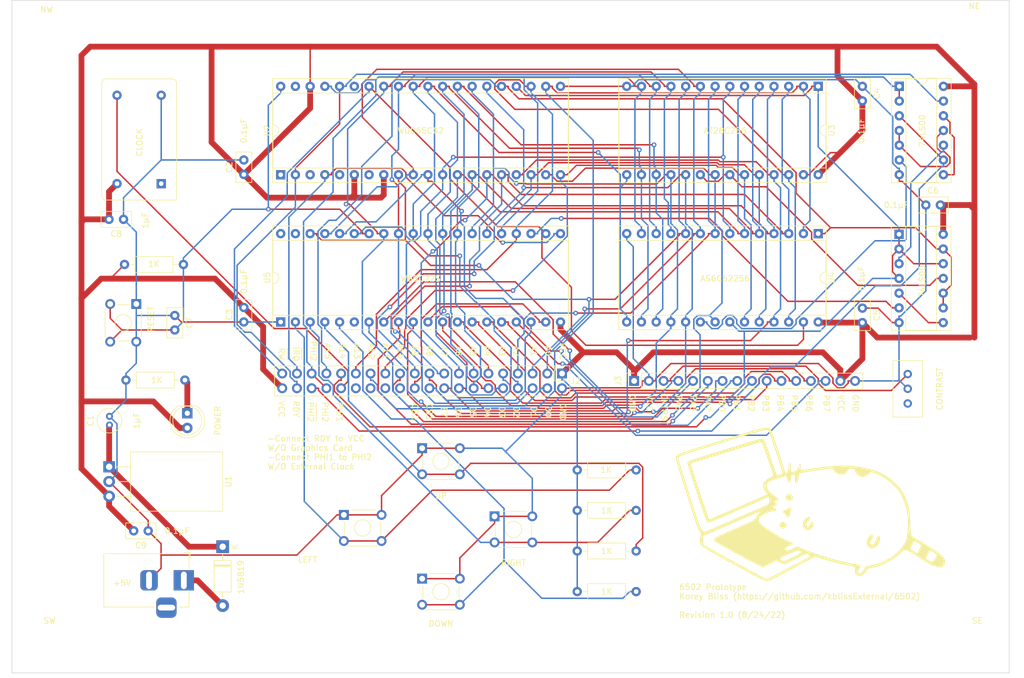
<source format=kicad_pcb>
(kicad_pcb (version 20211014) (generator pcbnew)
  (title_block (title "6502 Prototype") (date "8/23/2022") (rev "1.0") (company "Korey Bliss") (comment 1 "https://github.com/kblissExternal/6502"))
  (layers (0 "F.Cu" signal) (31 "B.Cu" signal) (34 "B.Paste" user) (35 "F.Paste" user) (36 "B.SilkS" user "B.Silkscreen") (37 "F.SilkS" user "F.Silkscreen") (38 "B.Mask" user) (39 "F.Mask" user) (44 "Edge.Cuts" user))
  (net 0 "")
  (net 1 "Net-(C1-Pad1)")
  (net 2 "GND")
  (net 3 "VCC")
  (net 4 "Net-(D1-Pad2)")
  (net 5 "Net-(D2-Pad1)")
  (net 6 "/A0")
  (net 7 "/A1")
  (net 8 "/A2")
  (net 9 "/A3")
  (net 10 "/CB1")
  (net 11 "/CB2")
  (net 16 "/PHI1")
  (net 17 "/RDY")
  (net 18 "/CNTRST")
  (net 19 "/PA5")
  (net 20 "/PA6")
  (net 21 "/PA7")
  (net 22 "/PB0")
  (net 23 "/PB1")
  (net 25 "/PB2")
  (net 27 "/~{IRQ}")
  (net 29 "/PB3")
  (net 31 "/A4")
  (net 32 "/A5")
  (net 33 "/A6")
  (net 34 "/A7")
  (net 35 "/A8")
  (net 36 "/A9")
  (net 37 "/A10")
  (net 38 "/A11")
  (net 39 "/A12")
  (net 40 "/A13")
  (net 41 "/A14")
  (net 42 "/A15")
  (net 43 "/D7")
  (net 44 "/D6")
  (net 45 "/D5")
  (net 46 "/D4")
  (net 47 "/D3")
  (net 48 "/D2")
  (net 49 "/D1")
  (net 50 "/D0")
  (net 51 "/~{RW}")
  (net 53 "/PB4")
  (net 54 "/PHI2")
  (net 55 "/PB5")
  (net 57 "/PB6")
  (net 59 "/~{RES}")
  (net 60 "/~{ROMCS}")
  (net 61 "/PB7")
  (net 62 "/PA0")
  (net 63 "/~{RAMCS}")
  (net 64 "/PA1")
  (net 65 "/PA2")
  (net 66 "/PA3")
  (net 67 "/PA4")
  (net 68 "/~{VIACS2}")
  (net 69 "/CA2")
  (net 70 "/CA1")
  (net 71 "/~{A14}")
  (net 72 "/~{A15}")
  (net 73 "Net-(U7-Pad11)")
  (net 74 "Net-(U7-Pad12)")
  (net 75 "/~{PHI2}")
  (footprint "Capacitor_THT:C_Radial_D4.0mm_H5.0mm_P1.50mm" (layer "F.Cu") (at 73.825 105.25 90)
    (fp_text reference "C1")
    (fp_text value "1µF")
  )
  (footprint "Button_Switch_THT:SW_TH_Tactile_Omron_B3F-10xx" (layer "F.Cu") (at 127.75 109.25)
    (fp_text reference "SW4" hide)
    (fp_text value "SW_Push")
  )
  (footprint "Button_Switch_THT:SW_TH_Tactile_Omron_B3F-10xx" (layer "F.Cu") (at 127.75 131.75)
    (fp_text reference "SW5" hide)
    (fp_text value "SW_Push")
  )
  (footprint "Connector_PinHeader_2.54mm:PinHeader_2x20_P2.54mm_Vertical" (layer "F.Cu") (at 151.88 96.37 -90)
    (fp_text reference "J2")
    (fp_text value "Bus_Header")
  )
  (footprint "Package_DIP:DIP-28_W15.24mm_Socket" (layer "F.Cu") (at 196.055 46.84 -90)
    (fp_text reference "U3")
    (fp_text value "28C256")
  )
  (footprint "MountingHole:MountingHole_3.5mm" (layer "F.Cu") (at 63.5 143.5)
    (fp_text reference "SW")
    (fp_text value "MountingHole_3.5mm")
  )
  (footprint "Package_DIP:DIP-40_W15.24mm_Socket" (layer "F.Cu") (at 103.355 62.085 90)
    (fp_text reference "U2")
    (fp_text value "W65C02SxP")
  )
  (footprint "MountingHole:MountingHole_3.5mm" (layer "F.Cu") (at 223.5 143.5)
    (fp_text reference "SE")
    (fp_text value "MountingHole_3.5mm")
  )
  (footprint "LED_THT:LED_D5.0mm" (layer "F.Cu") (at 87.25 103.225 -90)
    (fp_text reference "D2" hide)
    (fp_text value "LED")
  )
  (footprint "Capacitor_THT:C_Disc_D5.0mm_W2.5mm_P2.50mm" (layer "F.Cu") (at 80.5 123.5 180)
    (fp_text reference "C9")
    (fp_text value "0.1µF")
  )
  (footprint "Capacitor_THT:C_Disc_D5.0mm_W2.5mm_P2.50mm" (layer "F.Cu") (at 203.68 85.09 -90)
    (fp_text reference "C5")
    (fp_text value "0.1µF")
  )
  (footprint "Resistor_THT:R_Axial_DIN0207_L6.3mm_D2.5mm_P10.16mm_Horizontal" (layer "F.Cu") (at 76.42 77.56)
    (fp_text reference "R2" hide)
    (fp_text value "1k")
  )
  (footprint "Capacitor_THT:C_Disc_D5.0mm_W2.5mm_P2.50mm" (layer "F.Cu") (at 203.68 46.84 -90)
    (fp_text reference "C4")
    (fp_text value "0.1µF")
  )
  (footprint "Button_Switch_THT:SW_TH_Tactile_Omron_B3F-10xx" (layer "F.Cu") (at 114.25 120.75)
    (fp_text reference "SW2" hide)
    (fp_text value "SW_Push")
  )
  (footprint "Resistor_THT:R_Axial_DIN0207_L6.3mm_D2.5mm_P10.16mm_Horizontal" (layer "F.Cu") (at 86.83 97.5 180)
    (fp_text reference "R1" hide)
    (fp_text value "1k")
  )
  (footprint "Package_DIP:DIP-40_W15.24mm_Socket" (layer "F.Cu") (at 103.355 87.485 90)
    (fp_text reference "U5")
    (fp_text value "W65C22SxP")
  )
  (footprint "Connector_BarrelJack:BarrelJack_Horizontal" (layer "F.Cu") (at 86.65 132.0425)
    (fp_text reference "J1" hide)
    (fp_text value "Barrel_Jack")
  )
  (footprint "Resistor_THT:R_Axial_DIN0207_L6.3mm_D2.5mm_P10.16mm_Horizontal" (layer "F.Cu") (at 154.5 119.98)
    (fp_text reference "R4" hide)
    (fp_text value "1k")
  )
  (footprint "Graphics:logo" (layer "F.Cu") (at 196 119)
    (fp_text reference "G***" hide)
    (fp_text value "LOGO" hide)
  )
  (footprint "Capacitor_THT:C_Disc_D5.0mm_W2.5mm_P2.50mm" (layer "F.Cu") (at 97 87.48 90)
    (fp_text reference "C3")
    (fp_text value "0.1µF")
  )
  (footprint "Button_Switch_THT:SW_TH_Tactile_Omron_B3F-10xx" (layer "F.Cu") (at 140.25 121)
    (fp_text reference "SW3" hide)
    (fp_text value "SW_Push")
  )
  (footprint "Potentiometer_THT:Potentiometer_Bourns_3386C_Horizontal" (layer "F.Cu") (at 211.5 96.46)
    (fp_text reference "RV1" hide)
    (fp_text value "R_Potentiometer")
  )
  (footprint "Capacitor_THT:C_Disc_D5.0mm_W2.5mm_P2.50mm" (layer "F.Cu") (at 85.09 86.36 -90)
    (fp_text reference "C7")
    (fp_text value "0.1µF")
  )
  (footprint "Capacitor_THT:C_Disc_D5.0mm_W2.5mm_P2.50mm" (layer "F.Cu") (at 214.63 67.31)
    (fp_text reference "C6")
    (fp_text value "0.1µF")
  )
  (footprint "Package_DIP:DIP-14_W7.62mm_Socket" (layer "F.Cu") (at 210.04 46.84)
    (fp_text reference "U7" hide)
    (fp_text value "74LS00")
  )
  (footprint "Capacitor_THT:C_Disc_D5.0mm_W2.5mm_P2.50mm" (layer "F.Cu") (at 97 62.04 90)
    (fp_text reference "C2")
    (fp_text value "0.1µF")
  )
  (footprint "Resistor_THT:R_Axial_DIN0207_L6.3mm_D2.5mm_P10.16mm_Horizontal" (layer "F.Cu") (at 154.5 113)
    (fp_text reference "R3" hide)
    (fp_text value "1k")
  )
  (footprint "Package_DIP:DIP-14_W7.62mm_Socket" (layer "F.Cu") (at 210 72.35)
    (fp_text reference "U6" hide)
    (fp_text value "74LS00")
  )
  (footprint "Button_Switch_THT:SW_TH_Tactile_Omron_B3F-10xx" (layer "F.Cu") (at 78.45 84.38 -90)
    (fp_text reference "SW1" hide)
    (fp_text value "SW_Push")
  )
  (footprint "Resistor_THT:R_Axial_DIN0207_L6.3mm_D2.5mm_P10.16mm_Horizontal" (layer "F.Cu") (at 154.5 126.98)
    (fp_text reference "R5" hide)
    (fp_text value "1k")
  )
  (footprint "Package_DIP:DIP-28_W15.24mm_Socket" (layer "F.Cu") (at 196.055 72.24 -90)
    (fp_text reference "U4")
    (fp_text value "HM62256BLP")
  )
  (footprint "Oscillator:Oscillator_DIP-14" (layer "F.Cu") (at 82.75 63.62 90)
    (fp_text reference "X1" hide)
    (fp_text value "TFT680")
  )
  (footprint "MountingHole:MountingHole_3.5mm" (layer "F.Cu") (at 63 38.1)
    (fp_text reference "NW")
    (fp_text value "MountingHole_3.5mm")
  )
  (footprint "MountingHole:MountingHole_3.5mm" (layer "F.Cu") (at 223 37.5)
    (fp_text reference "NE")
    (fp_text value "MountingHole_3.5mm")
  )
  (footprint "Capacitor_THT:C_Disc_D5.0mm_W2.5mm_P2.50mm" (layer "F.Cu") (at 76.25 69.78 180)
    (fp_text reference "C8")
    (fp_text value "0.1µF")
  )
  (footprint "Package_TO_SOT_THT:TO-220-3_Horizontal_TabDown" (layer "F.Cu") (at 73.77 112.46 -90)
    (fp_text reference "U1")
    (fp_text value "L7805")
  )
  (footprint "Resistor_THT:R_Axial_DIN0207_L6.3mm_D2.5mm_P10.16mm_Horizontal" (layer "F.Cu") (at 154.5 133.98)
    (fp_text reference "R6" hide)
    (fp_text value "1k")
  )
  (footprint "Diode_THT:D_DO-41_SOD81_P10.16mm_Horizontal" (layer "F.Cu") (at 93.35 126.24 -90)
    (fp_text reference "D1" hide)
    (fp_text value "1N5819")
  )
  (footprint "Connector_PinSocket_2.54mm:PinSocket_1x16_P2.54mm_Vertical" (layer "F.Cu") (at 164.315 97.645 90)
    (fp_text reference "J3")
    (fp_text value "VIA_Header")
  )
  (gr_line (start 109.5 101.5) (end 109.5 104.5) (layer "F.SilkS") (width 0.15))
  (gr_line (start 104.5 92) (end 104.5 94) (layer "F.SilkS") (width 0.15))
  (gr_line (start 107 92) (end 107 94) (layer "F.SilkS") (width 0.15))
  (gr_line (start 57 148) (end 229 148) (layer "Edge.Cuts") (width 0.1))
  (gr_line (start 57 32) (end 57 148) (layer "Edge.Cuts") (width 0.1))
  (gr_line (start 229 32) (end 57 32) (layer "Edge.Cuts") (width 0.1))
  (gr_line (start 229 148) (end 229 32) (layer "Edge.Cuts") (width 0.1))
  (gr_text "0.1µF" (at 203.5 54.5 90) (layer "F.SilkS") (effects (font (size 1 1))))
  (gr_text "POWER" (at 92.5 104.5 90) (layer "F.SilkS") (effects (font (size 1 1))))
  (gr_text "A12" (at 119 92.5 270) (layer "F.SilkS") (effects (font (size 1 1))))
  (gr_text "WDC65C02" (at 127.5 54.5) (layer "F.SilkS") (effects (font (size 1 1))))
  (gr_text "CB2" (at 126.5 103 270) (layer "F.SilkS") (effects (font (size 1 1))))
  (gr_text "D6" (at 134 103 270) (layer "F.SilkS") (effects (font (size 1 1))))
  (gr_text "0.1µF" (at 97 80.5 90) (layer "F.SilkS") (effects (font (size 1 1))))
  (gr_text "D4" (at 139 103 270) (layer "F.SilkS") (effects (font (size 1 1))))
  (gr_text "D1" (at 147 103 270) (layer "F.SilkS") (effects (font (size 1 1))))
  (gr_text "GND" (at 202.5 101.5 270) (layer "F.SilkS") (effects (font (size 1 1))))
  (gr_text "AT28C256" (at 180 54.5) (layer "F.SilkS") (effects (font (size 1 1))))
  (gr_text "PB2" (at 184.5 101.5 270) (layer "F.SilkS") (effects (font (size 1 1))))
  (gr_text "RDY" (at 106 102.5 270) (layer "F.SilkS") (effects (font (size 1 1))))
  (gr_text "PA5" (at 172 101.5 270) (layer "F.SilkS") (effects (font (size 1 1))))
  (gr_text "D3" (at 141.5 103 270) (layer "F.SilkS") (effects (font (size 1 1))))
  (gr_text "CNTRST" (at 169.5 102.5 270) (layer "F.SilkS") (effects (font (size 1 1))))
  (gr_text "A2" (at 144 92.5 270) (layer "F.SilkS") (effects (font (size 1 1))))
  (gr_text "PHI2" (at 111 103 270) (layer "F.SilkS") (effects (font (size 1 1))))
  (gr_text "IRQ" (at 106 93 270) (layer "F.SilkS") (effects (font (size 1 1))))
  (gr_text "UP" (at 131 117.5) (layer "F.SilkS") (effects (font (size 1 1))))
  (gr_text "0.1µF" (at 209.55 67.31) (layer "F.SilkS") (effects (font (size 1 1))))
  (gr_text "PB3" (at 187 101.5 270) (layer "F.SilkS") (effects (font (size 1 1))))
  (gr_text "A13" (at 116.5 92.5 270) (layer "F.SilkS") (effects (font (size 1 1))))
  (gr_text "VCC" (at 167 101.5 270) (layer "F.SilkS") (effects (font (size 1 1))))
  (gr_text "PA6" (at 174.5 101.5 270) (layer "F.SilkS") (effects (font (size 1 1))))
  (gr_text "CONTRAST" (at 217 99 90) (layer "F.SilkS") (effects (font (size 1 1))))
  (gr_text "D2" (at 144 103 270) (layer "F.SilkS") (effects (font (size 1 1))))
  (gr_text "W65C22S" (at 127.5 80) (layer "F.SilkS") (effects (font (size 1 1))))
  (gr_text "PB1" (at 182 101.5 270) (layer "F.SilkS") (effects (font (size 1 1))))
  (gr_text "1K" (at 159.58 127) (layer "F.SilkS") (effects (font (size 1 1))))
  (gr_text "+5V" (at 76 132.5) (layer "F.SilkS") (effects (font (size 1 1))))
  (gr_text "PB5" (at 192 101.5 270) (layer "F.SilkS") (effects (font (size 1 1))))
  (gr_text "VCC" (at 200 101.5 270) (layer "F.SilkS") (effects (font (size 1 1))))
  (gr_text "A11" (at 121.5 92.5 270) (layer "F.SilkS") (effects (font (size 1 1))))
  (gr_text "PHI1" (at 113.5 103 270) (layer "F.SilkS") (effects (font (size 1 1))))
  (gr_text "PHI2" (at 108.5 103 270) (layer "F.SilkS") (effects (font (size 1 1))))
  (gr_text "1K" (at 159.58 134) (layer "F.SilkS") (effects (font (size 1 1))))
  (gr_text "RESET" (at 81 87 90) (layer "F.SilkS") (effects (font (size 1 1))))
  (gr_text "LEFT" (at 108 128.5) (layer "F.SilkS") (effects (font (size 1 1))))
  (gr_text "D0" (at 149.5 103 270) (layer "F.SilkS") (effects (font (size 1 1))))
  (gr_text "1K" (at 82 97.5) (layer "F.SilkS") (effects (font (size 1 1))))
  (gr_text "A3" (at 141.5 92.5 270) (layer "F.SilkS") (effects (font (size 1 1))))
  (gr_text "0.1µF" (at 85.5 123.5) (layer "F.SilkS") (effects (font (size 1 1))))
  (gr_text "A5" (at 136.5 92.5 270) (layer "F.SilkS") (effects (font (size 1 1))))
  (gr_text "AS6C62256" (at 180 80) (layer "F.SilkS") (effects (font (size 1 1))))
  (gr_text "0.1µF" (at 97 54.5 90) (layer "F.SilkS") (effects (font (size 1 1))))
  (gr_text "E7" (at 131.5 103 270) (layer "F.SilkS") (effects (font (size 1 1))))
  (gr_text "RIGHT" (at 143.5 129) (layer "F.SilkS") (effects (font (size 1 1))))
  (gr_text "D5" (at 136.5 103 270) (layer "F.SilkS") (effects (font (size 1 1))))
  (gr_text "Revision 1.0 (8/24/22)" (at 172 138) (layer "F.SilkS") (effects (font (size 1 1)) (justify left)))
  (gr_text "A10" (at 124 92.5 270) (layer "F.SilkS") (effects (font (size 1 1))))
  (gr_text "A7" (at 131.5 92.5 270) (layer "F.SilkS") (effects (font (size 1 1))))
  (gr_text "74LS00" (at 214 80.5 90) (layer "F.SilkS") (effects (font (size 1 1))))
  (gr_text "VCC" (at 103.5 102.5 270) (layer "F.SilkS") (effects (font (size 1 1))))
  (gr_text "PB6" (at 194.5 101.5 270) (layer "F.SilkS") (effects (font (size 1 1))))
  (gr_text "VCC" (at 152 92.5 270) (layer "F.SilkS") (effects (font (size 1 1))))
  (gr_text "A9" (at 126.5 92.5 270) (layer "F.SilkS") (effects (font (size 1 1))))
  (gr_text "1K" (at 159.5 113) (layer "F.SilkS") (effects (font (size 1 1))))
  (gr_text "0.1µF" (at 203.5 80.01 90) (layer "F.SilkS") (effects (font (size 1 1))))
  (gr_text "PB0" (at 179.5 101.5 270) (layer "F.SilkS") (effects (font (size 1 1))))
  (gr_text "RW" (at 103.5 93 270) (layer "F.SilkS") (effects (font (size 1 1))))
  (gr_text "1K" (at 159.58 120) (layer "F.SilkS") (effects (font (size 1 1))))
  (gr_text "CLOCK" (at 79 56.5 90) (layer "F.SilkS") (effects (font (size 1 1))))
  (gr_text "A1" (at 147 92.5 270) (layer "F.SilkS") (effects (font (size 1 1))))
  (gr_text "PA7" (at 177 101.5 270) (layer "F.SilkS") (effects (font (size 1 1))))
  (gr_text "GND" (at 164 101.5 270) (layer "F.SilkS") (effects (font (size 1 1))))
  (gr_text "1µF" (at 78.5 104.5 90) (layer "F.SilkS") (effects (font (size 1 1))))
  (gr_text "A14" (at 114 92.5 270) (layer "F.SilkS") (effects (font (size 1 1))))
  (gr_text "PB4" (at 189.5 101.5 270) (layer "F.SilkS") (effects (font (size 1 1))))
  (gr_text "-Connect RDY to VCC\nW/O Graphics Card\n-Connect PHI1 to PHI2\nW/O External Clock" (at 101 110) (layer "F.SilkS") (effects (font (size 1 1)) (justify left)))
  (gr_text "A8" (at 129 92.5 270) (layer "F.SilkS") (effects (font (size 1 1))))
  (gr_text "74LS00" (at 214 54.5 90) (layer "F.SilkS") (effects (font (size 1 1))))
  (gr_text "1K" (at 81.5 77.5) (layer "F.SilkS") (effects (font (size 1 1))))
  (gr_text "A6" (at 134 92.5 270) (layer "F.SilkS") (effects (font (size 1 1))))
  (gr_text "A0" (at 149.5 92.5 270) (layer "F.SilkS") (effects (font (size 1 1))))
  (gr_text "1N5819" (at 96.5 131.5 90) (layer "F.SilkS") (effects (font (size 1 1))))
  (gr_text "CB1" (at 129 103 270) (layer "F.SilkS") (effects (font (size 1 1))))
  (gr_text "1µF" (at 80 70 90) (layer "F.SilkS") (effects (font (size 1 1))))
  (gr_text "PHI2" (at 109 92.5 270) (layer "F.SilkS") (effects (font (size 1 1))))
  (gr_text "A15" (at 111.5 92.5 270) (layer "F.SilkS") (effects (font (size 1 1))))
  (gr_text "DOWN" (at 131 139.5) (layer "F.SilkS") (effects (font (size 1 1))))
  (gr_text "A4" (at 139 92.5 270) (layer "F.SilkS") (effects (font (size 1 1))))
  (gr_text "PB7" (at 197.5 101.5 270) (layer "F.SilkS") (effects (font (size 1 1))))
  (gr_text "GND" (at 152 103 270) (layer "F.SilkS") (effects (font (size 1 1))))
  (gr_text "6502 Prototype\nKorey Bliss (https://github.com/kblissExternal/6502)" (at 172 134) (layer "F.SilkS") (effects (font (size 1 1)) (justify left)))
  (segment (start 73.77 112.46) (end 73.77 105.305) (width 1) (layer "F.Cu") (net 1))
  (segment (start 93.35 126.24) (end 87.55 126.24) (width 1) (layer "F.Cu") (net 1))
  (segment (start 87.55 126.24) (end 73.77 112.46) (width 1) (layer "F.Cu") (net 1))
  (segment (start 73.77 105.305) (end 73.825 105.25) (width 1) (layer "F.Cu") (net 1))
  (segment (start 80.65 132.0425) (end 82.7254 129.9671) (width 0.25) (layer "F.Cu") (net 2))
  (segment (start 82.7254 125.7254) (end 80.5 123.5) (width 0.25) (layer "F.Cu") (net 2))
  (segment (start 113.0747 120.75) (end 106.1444 127.6803) (width 0.25) (layer "F.Cu") (net 2))
  (segment (start 134.25 109.25) (end 127.75 109.25) (width 0.25) (layer "F.Cu") (net 2))
  (segment (start 114.25 120.75) (end 115.4253 120.75) (width 0.25) (layer "F.Cu") (net 2))
  (segment (start 97 87.48) (end 86.21 87.48) (width 0.25) (layer "F.Cu") (net 2))
  (segment (start 210.04 63.2053) (end 210.5253 63.2053) (width 0.25) (layer "F.Cu") (net 2))
  (segment (start 202.415 97.645) (end 201.2397 97.645) (width 0.25) (layer "F.Cu") (net 2))
  (segment (start 151.88 98.91) (end 153.0553 98.91) (width 0.25) (layer "F.Cu") (net 2))
  (segment (start 198.605 98.0395) (end 198.605 97.1564) (width 0.25) (layer "F.Cu") (net 2))
  (segment (start 86.21 87.48) (end 85.09 86.36) (width 0.25) (layer "F.Cu") (net 2))
  (segment (start 80.5 121.73) (end 73.77 115) (width 0.25) (layer "F.Cu") (net 2))
  (segment (start 80.5 123.5) (end 80.5 121.73) (width 0.25) (layer "F.Cu") (net 2))
  (segment (start 120.75 117.4253) (end 120.75 120.75) (width 0.25) (layer "F.Cu") (net 2))
  (segment (start 210.5253 63.2053) (end 214.63 67.31) (width 0.25) (layer "F.Cu") (net 2))
  (segment (start 140.25 121) (end 140.25 122.1753) (width 0.25) (layer "F.Cu") (net 2))
  (segment (start 153.1266 98.8387) (end 153.0553 98.91) (width 0.25) (layer "F.Cu") (net 2))
  (segment (start 198.605 97.1564) (end 196.0981 94.6495) (width 0.25) (layer "F.Cu") (net 2))
  (segment (start 165.6797 98.4531) (end 165.2941 98.8387) (width 0.25) (layer "F.Cu") (net 2))
  (segment (start 201.2397 98.0123) (end 200.4097 98.8423) (width 0.25) (layer "F.Cu") (net 2))
  (segment (start 201.2397 97.645) (end 201.2397 98.0123) (width 0.25) (layer "F.Cu") (net 2))
  (segment (start 106.1444 127.6803) (end 82.7254 127.6803) (width 0.25) (layer "F.Cu") (net 2))
  (segment (start 165.2941 98.8387) (end 153.1266 98.8387) (width 0.25) (layer "F.Cu") (net 2))
  (segment (start 152.7453 46.84) (end 152.7403 46.845) (width 0.25) (layer "F.Cu") (net 2))
  (segment (start 120.75 120.75) (end 115.4253 120.75) (width 0.25) (layer "F.Cu") (net 2))
  (segment (start 134.25 128.1753) (end 134.25 131.75) (width 0.25) (layer "F.Cu") (net 2))
  (segment (start 82.7254 129.9671) (end 82.7254 127.6803) (width 0.25) (layer "F.Cu") (net 2))
  (segment (start 165.6797 97.645) (end 165.6797 98.4531) (width 0.25) (layer "F.Cu") (net 2))
  (segment (start 210.04 62.08) (end 210.04 63.2053) (width 0.25) (layer "F.Cu") (net 2))
  (segment (start 199.4078 98.8423) (end 198.605 98.0395) (width 0.25) (layer "F.Cu") (net 2))
  (segment (start 114.25 120.75) (end 113.0747 120.75) (width 0.25) (layer "F.Cu") (net 2))
  (segment (start 168.0303 97.2777) (end 168.0303 97.645) (width 0.25) (layer "F.Cu") (net 2))
  (segment (start 140.25 121) (end 146.75 121) (width 0.25) (layer "F.Cu") (net 2))
  (segment (start 134.25 131.75) (end 128.9253 131.75) (width 0.25) (layer "F.Cu") (net 2))
  (segment (start 210 87.59) (end 208.8747 87.59) (width 0.25) (layer "F.Cu") (net 2))
  (segment (start 151.615 46.845) (end 152.7403 46.845) (width 0.25) (layer "F.Cu") (net 2))
  (segment (start 166.855 97.645) (end 168.0303 97.645) (width 0.25) (layer "F.Cu") (net 2))
  (segment (start 163.035 46.84) (end 152.7453 46.84) (width 0.25) (layer "F.Cu") (net 2))
  (segment (start 170.6585 94.6495) (end 168.0303 97.2777) (width 0.25) (layer "F.Cu") (net 2))
  (segment (start 127.75 131.75) (end 128.9253 131.75) (width 0.25) (layer "F.Cu") (net 2))
  (segment (start 208.8747 87.59) (end 206.3747 85.09) (width 0.25) (layer "F.Cu") (net 2))
  (segment (start 140.25 122.1753) (end 134.25 128.1753) (width 0.25) (layer "F.Cu") (net 2))
  (segment (start 196.0981 94.6495) (end 170.6585 94.6495) (width 0.25) (layer "F.Cu") (net 2))
  (segment (start 206.3747 85.09) (end 203.68 85.09) (width 0.25) (layer "F.Cu") (net 2))
  (segment (start 82.7254 127.6803) (end 82.7254 125.7254) (width 0.25) (layer "F.Cu") (net 2))
  (segment (start 127.75 110.4253) (end 120.75 117.4253) (width 0.25) (layer "F.Cu") (net 2))
  (segment (start 166.855 97.645) (end 165.6797 97.645) (width 0.25) (layer "F.Cu") (net 2))
  (segment (start 200.4097 98.8423) (end 199.4078 98.8423) (width 0.25) (layer "F.Cu") (net 2))
  (segment (start 127.75 109.25) (end 127.75 110.4253) (width 0.25) (layer "F.Cu") (net 2))
  (segment (start 151.88 98.91) (end 151.88 100.0853) (width 0.25) (layer "B.Cu") (net 2))
  (segment (start 134.25 109.25) (end 141.54 109.25) (width 0.25) (layer "B.Cu") (net 2))
  (segment (start 82.75 59.54) (end 82.75 48.38) (width 0.25) (layer "B.Cu") (net 2))
  (segment (start 210 97.5) (end 211.5 99) (width 0.25) (layer "B.Cu") (net 2))
  (segment (start 151.88 100.0853) (end 142.1277 109.8376) (width 0.25) (layer "B.Cu") (net 2))
  (segment (start 76.67 96.3747) (end 78.45 94.5947) (width 0.25) (layer "B.Cu") (net 2))
  (segment (start 76.25 66.04) (end 82.75 59.54) (width 0.25) (layer "B.Cu") (net 2))
  (segment (start 208.9147 52.0747) (end 203.68 46.84) (width 0.25) (layer "B.Cu") (net 2))
  (segment (start 210 86.4647) (end 210.2813 86.4647) (width 0.25) (layer "B.Cu") (net 2))
  (segment (start 210.04 60.9547) (end 209.7586 60.9547) (width 0.25) (layer "B.Cu") (net 2))
  (segment (start 202.415 97.645) (end 209.855 97.645) (width 0.25) (layer "B.Cu") (net 2))
  (segment (start 97 87.48) (end 102.2247 87.48) (width 0.25) (layer "B.Cu") (net 2))
  (segment (start 76.25 69.78) (end 76.25 66.04) (width 0.25) (layer "B.Cu") (net 2))
  (segment (start 75.1253 105.0503) (end 73.825 103.75) (width 0.25) (layer "B.Cu") (net 2))
  (segment (start 73.77 115) (end 75.1253 113.6447) (width 0.25) (layer "B.Cu") (net 2))
  (segment (start 141.54 109.25) (end 142.1277 109.8376) (width 0.25) (layer "B.Cu") (net 2))
  (segment (start 164.1603 93.775) (end 164.1603 74.4906) (width 0.25) (layer "B.Cu") (net 2))
  (segment (start 76.67 100.905) (end 73.825 103.75) (width 0.25) (layer "B.Cu") (net 2))
  (segment (start 78.45 86.36) (end 78.45 84.38) (width 0.25) (layer "B.Cu") (net 2))
  (segment (start 203.68 46.84) (end 202.5294 45.6894) (width 0.25) (layer "B.Cu") (net 2))
  (segment (start 166.855 96.4697) (end 164.1603 93.775) (width 0.25) (layer "B.Cu") (net 2))
  (segment (start 163.035 46.84) (end 164.1603 46.84) (width 0.25) (layer "B.Cu") (net 2))
  (segment (start 76.67 97.5) (end 76.67 96.3747) (width 0.25) (layer "B.Cu") (net 2))
  (segment (start 164.1603 74.4906) (end 163.035 73.3653) (width 0.25) (layer "B.Cu") (net 2))
  (segment (start 210 87.59) (end 210 97.5) (width 0.25) (layer "B.Cu") (net 2))
  (segment (start 78.45 90.88) (end 78.45 86.36) (width 0.25) (layer "B.Cu") (net 2))
  (segment (start 142.1277 109.8376) (end 146.75 114.46) (width 0.25) (layer "B.Cu") (net 2))
  (segment (start 102.2247 87.48) (end 102.2297 87.485) (width 0.25) (layer "B.Cu") (net 2))
  (segment (start 202.5294 45.6894) (end 165.1054 45.6894) (width 0.25) (layer "B.Cu") (net 2))
  (segment (start 78.45 94.5947) (end 78.45 90.88) (width 0.25) (layer "B.Cu") (net 2))
  (segment (start 210.2813 86.4647) (end 214.63 82.116) (width 0.25) (layer "B.Cu") (net 2))
  (segment (start 78.45 84.38) (end 78.45 71.98) (width 0.25) (layer "B.Cu") (net 2))
  (segment (start 103.355 87.485) (end 102.2297 87.485) (width 0.25) (layer "B.Cu") (net 2))
  (segment (start 75.1253 113.6447) (end 75.1253 105.0503) (width 0.25) (layer "B.Cu") (net 2))
  (segment (start 210 87.59) (end 210 86.4647) (width 0.25) (layer "B.Cu") (net 2))
  (segment (start 166.855 97.645) (end 166.855 96.4697) (width 0.25) (layer "B.Cu") (net 2))
  (segment (start 78.45 86.36) (end 85.09 86.36) (width 0.25) (layer "B.Cu") (net 2))
  (segment (start 214.63 82.116) (end 214.63 67.31) (width 0.25) (layer "B.Cu") (net 2))
  (segment (start 82.75 59.54) (end 97 59.54) (width 0.25) (layer "B.Cu") (net 2))
  (segment (start 209.7586 60.9547) (end 208.9147 60.1108) (width 0.25) (layer "B.Cu") (net 2))
  (segment (start 163.035 72.24) (end 163.035 73.3653) (width 0.25) (layer "B.Cu") (net 2))
  (segment (start 78.45 71.98) (end 76.25 69.78) (width 0.25) (layer "B.Cu") (net 2))
  (segment (start 165.1054 45.6894) (end 164.1603 46.6345) (width 0.25) (layer "B.Cu") (net 2))
  (segment (start 76.67 97.5) (end 76.67 100.905) (width 0.25) (layer "B.Cu") (net 2))
  (segment (start 209.855 97.645) (end 210 97.5) (width 0.25) (layer "B.Cu") (net 2))
  (segment (start 146.75 114.46) (end 146.75 121) (width 0.25) (layer "B.Cu") (net 2))
  (segment (start 164.1603 46.6345) (end 164.1603 46.84) (width 0.25) (layer "B.Cu") (net 2))
  (segment (start 208.9147 60.1108) (end 208.9147 52.0747) (width 0.25) (layer "B.Cu") (net 2))
  (segment (start 210.04 62.08) (end 210.04 60.9547) (width 0.25) (layer "B.Cu") (net 2))
  (segment (start 91.44 56.48) (end 91.44 40.63) (width 1) (layer "F.Cu") (net 3))
  (segment (start 217.66 46.84) (end 222.66 46.84) (width 1) (layer "F.Cu") (net 3))
  (segment (start 108.435 40) (end 199.1735 40) (width 1) (layer "F.Cu") (net 3))
  (segment (start 199.875 97.645) (end 199.875 95.735) (width 1) (layer "F.Cu") (net 3))
  (segment (start 72.39 80.01) (end 69 83.4) (width 1) (layer "F.Cu") (net 3))
  (segment (start 196.85 92.71) (end 167.64 92.71) (width 1) (layer "F.Cu") (net 3))
  (segment (start 164.315 97.645) (end 164.315 96.035) (width 1) (layer "F.Cu") (net 3))
  (segment (start 97 62.04) (end 108.435 50.605) (width 1) (layer "F.Cu") (net 3))
  (segment (start 69 112.77) (end 73.77 117.54) (width 1) (layer "F.Cu") (net 3))
  (segment (start 194.6403 61.7987) (end 194.6403 62.08) (width 0.25) (layer "F.Cu") (net 3))
  (segment (start 116.055 65.555) (end 115.57 66.04) (width 1) (layer "F.Cu") (net 3))
  (segment (start 203.68 54.455) (end 199.8675 58.2675) (width 1) (layer "F.Cu") (net 3))
  (segment (start 97 62.04) (end 91.44 56.48) (width 1) (layer "F.Cu") (net 3))
  (segment (start 97 84.98) (end 92.03 80.01) (width 1) (layer "F.Cu") (net 3))
  (segment (start 101 66.04) (end 115.57 66.04) (width 1) (layer "F.Cu") (net 3))
  (segment (start 161.29 92.71) (end 155.54 92.71) (width 1) (layer "F.Cu") (net 3))
  (segment (start 73.75 65) (end 75.13 63.62) (width 1) (layer "F.Cu") (net 3))
  (segment (start 217.13 67.31) (end 222.25 67.31) (width 1) (layer "F.Cu") (net 3))
  (segment (start 206.26 90.17) (end 222.25 90.17) (width 1) (layer "F.Cu") (net 3))
  (segment (start 203.68 87.59) (end 206.26 90.17) (width 1) (layer "F.Cu") (net 3))
  (segment (start 222.25 67.31) (end 223 68.06) (width 1) (layer "F.Cu") (net 3))
  (segment (start 73.77 119.27) (end 78 123.5) (width 1) (layer "F.Cu") (net 3))
  (segment (start 121.135 65.555) (end 121.135 62.085) (width 1) (layer "F.Cu") (net 3))
  (segment (start 203.68 93.84) (end 199.875 97.645) (width 1) (layer "F.Cu") (net 3))
  (segment (start 199.39 40.2165) (end 199.39 40.64) (width 0.25) (layer "F.Cu") (net 3))
  (segment (start 199.39 45.05) (end 199.39 40.64) (width 1) (layer "F.Cu") (net 3))
  (segment (start 97 62.04) (end 101 66.04) (width 1) (layer "F.Cu") (net 3))
  (segment (start 87.25 105.765) (end 85.9772 105.765) (width 1) (layer "F.Cu") (net 3))
  (segment (start 97 84.98) (end 100.33 88.31) (width 1) (layer "F.Cu") (net 3))
  (segment (start 151.615 88.785) (end 155.54 92.71) (width 1) (layer "F.Cu") (net 3))
  (segment (start 193.515 62.08) (end 194.6403 62.08) (width 0.25) (layer "F.Cu") (net 3))
  (segment (start 69 83.4) (end 69 101.18) (width 1) (layer "F.Cu") (net 3))
  (segment (start 203.68 87.59) (end 196.165 87.59) (width 1) (layer "F.Cu") (net 3))
  (segment (start 73.75 69.78) (end 73.75 65) (width 1) (layer "F.Cu") (net 3))
  (segment (start 199.1735 40) (end 199.39 40.2165) (width 0.25) (layer "F.Cu") (net 3))
  (segment (start 69 101.18) (end 69 112.77) (width 1) (layer "F.Cu") (net 3))
  (segment (start 70.5 40) (end 108.435 40) (width 1) (layer "F.Cu") (net 3))
  (segment (start 74.0046 80.01) (end 72.39 80.01) (width 1) (layer "F.Cu") (net 3))
  (segment (start 81.3922 101.18) (end 69 101.18) (width 1) (layer "F.Cu") (net 3))
  (segment (start 100.33 88.31) (end 100.33 95.62) (width 1) (layer "F.Cu") (net 3))
  (segment (start 167.64 92.71) (end 164.315 96.035) (width 1) (layer "F.Cu") (net 3))
  (segment (start 85.9772 105.765) (end 81.3922 101.18) (width 1) (layer "F.Cu") (net 3))
  (segment (start 198.1715 58.2675) (end 194.6403 61.7987) (width 0.25) (layer "F.Cu") (net 3))
  (segment (start 217.62 67.8) (end 217.13 67.31) (width 1) (layer "F.Cu") (net 3))
  (segment (start 69 70.27) (end 69.49 69.78) (width 1) (layer "F.Cu") (net 3))
  (segment (start 217.62 72.35) (end 217.62 67.8) (width 1) (layer "F.Cu") (net 3))
  (segment (start 164.315 95.735) (end 161.29 92.71) (width 1) (layer "F.Cu") (net 3))
  (segment (start 92.03 80.01) (end 74.0046 80.01) (width 1) (layer "F.Cu") (net 3))
  (segment (start 69 70.27) (end 69 83.4) (width 1) (layer "F.Cu") (net 3))
  (segment (start 73.77 117.54) (end 73.77 119.27) (width 1) (layer "F.Cu") (net 3))
  (segment (start 74.0046 79.9754) (end 74.0046 80.01) (width 0.25) (layer "F.Cu") (net 3))
  (segment (start 108.435 50.605) (end 108.435 46.845) (width 1) (layer "F.Cu") (net 3))
  (segment (start 223 68.06) (end 223 90.17) (width 1) (layer "F.Cu") (net 3))
  (segment (start 100.33 95.62) (end 103.62 98.91) (width 1) (layer "F.Cu") (net 3))
  (segment (start 222.25 90.17) (end 223 90.17) (width 0.25) (layer "F.Cu") (net 3))
  (segment (start 108.435 40) (end 108.435 46.845) (width 0.25) (layer "F.Cu") (net 3))
  (segment (start 76.42 77.56) (end 74.0046 79.9754) (width 0.25) (layer "F.Cu") (net 3))
  (segment (start 222.66 46.84) (end 223 46.5) (width 1) (layer "F.Cu") (net 3))
  (segment (start 199.8675 58.2675) (end 196.055 62.08) (width 1) (layer "F.Cu") (net 3))
  (segment (start 164.315 96.035) (end 164.315 95.735) (width 1) (layer "F.Cu") (net 3))
  (segment (start 203.68 87.59) (end 203.68 93.84) (width 1) (layer "F.Cu") (net 3))
  (segment (start 199.8675 58.2675) (end 198.1715 58.2675) (width 0.25) (layer "F.Cu") (net 3))
  (segment (start 120.65 66.04) (end 121.135 65.555) (width 1) (layer "F.Cu") (net 3))
  (segment (start 69 70.27) (end 69 41.5) (width 1) (layer "F.Cu") (net 3))
  (segment (start 155.54 92.71) (end 151.88 96.37) (width 1) (layer "F.Cu") (net 3))
  (segment (start 203.68 49.34) (end 199.39 45.05) (width 1) (layer "F.Cu") (net 3))
  (segment (start 203.68 49.34) (end 203.68 54.455) (width 1) (layer "F.Cu") (net 3))
  (segment (start 196.165 87.59) (end 196.055 87.48) (width 1) (layer "F.Cu") (net 3))
  (segment (start 116.055 62.085) (end 116.055 65.555) (width 1) (layer "F.Cu") (net 3))
  (segment (start 199.875 95.735) (end 196.85 92.71) (width 1) (layer "F.Cu") (net 3))
  (segment (start 69 41.5) (end 70.5 40) (width 1) (layer "F.Cu") (net 3))
  (segment (start 115.57 66.04) (end 120.65 66.04) (width 1) (layer "F.Cu") (net 3))
  (segment (start 199.1735 40) (end 216.5 40) (width 1) (layer "F.Cu") (net 3))
  (segment (start 216.5 40) (end 223 46.5) (width 1) (layer "F.Cu") (net 3))
  (segment (start 223 46.5) (end 223 68.06) (width 1) (layer "F.Cu") (net 3))
  (segment (start 164.315 97.645) (end 164.315 96.035) (width 1) (layer "F.Cu") (net 3))
  (segment (start 151.615 87.485) (end 151.615 88.785) (width 1) (layer "F.Cu") (net 3))
  (segment (start 69.49 69.78) (end 73.75 69.78) (width 1) (layer "F.Cu") (net 3))
  (segment (start 151.88 97.5453) (end 152.1873 97.5453) (width 0.25) (layer "B.Cu") (net 3))
  (segment (start 154.5 126.98) (end 154.5 133.98) (width 0.25) (layer "B.Cu") (net 3))
  (segment (start 154.5 119.98) (end 154.5 126.98) (width 0.25) (layer "B.Cu") (net 3))
  (segment (start 151.88 96.37) (end 151.88 97.5453) (width 0.25) (layer "B.Cu") (net 3))
  (segment (start 154.5 99.858) (end 154.5 113) (width 0.25) (layer "B.Cu") (net 3))
  (segment (start 154.5 113) (end 154.5 119.98) (width 0.25) (layer "B.Cu") (net 3))
  (segment (start 152.1873 97.5453) (end 154.5 99.858) (width 0.25) (layer "B.Cu") (net 3))
  (segment (start 86.65 132.042) (end 86.6505 132.042) (width 1) (layer "F.Cu") (net 4))
  (segment (start 86.6505 132.042) (end 86.65 132.0425) (width 0.25) (layer "F.Cu") (net 4))
  (segment (start 86.6505 132.042) (end 88.9925 132.042) (width 1) (layer "F.Cu") (net 4))
  (segment (start 88.9925 132.042) (end 93.35 136.4) (width 1) (layer "F.Cu") (net 4))
  (segment (start 87.25 97.92) (end 86.83 97.5) (width 1) (layer "F.Cu") (net 5))
  (segment (start 87.25 103.225) (end 87.25 97.92) (width 1) (layer "F.Cu") (net 5))
  (segment (start 124.8656 73.3702) (end 124.852 73.3838) (width 0.25) (layer "F.Cu") (net 6))
  (segment (start 109.5603 72.5263) (end 109.5603 72.245) (width 0.25) (layer "F.Cu") (net 6))
  (segment (start 173.195 72.24) (end 172.0697 72.24) (width 0.25) (layer "F.Cu") (net 6))
  (segment (start 124.8656 64.4009) (end 124.8656 73.3702) (width 0.25) (layer "F.Cu") (net 6))
  (segment (start 172.0697 72.24) (end 172.0697 72.5213) (width 0.25) (layer "F.Cu") (net 6))
  (segment (start 124.852 73.3838) (end 110.4178 73.3838) (width 0.25) (layer "F.Cu") (net 6))
  (segment (start 124.8656 73.3702) (end 129.2228 77.7274) (width 0.25) (layer "F.Cu") (net 6))
  (segment (start 172.0697 72.5213) (end 161.0201 83.5709) (width 0.25) (layer "F.Cu") (net 6))
  (segment (start 123.675 62.085) (end 123.675 63.2103) (width 0.25) (layer "F.Cu") (net 6))
  (segment (start 161.0201 83.5709) (end 156.5268 83.5709) (width 0.25) (layer "F.Cu") (net 6))
  (segment (start 110.4178 73.3838) (end 109.5603 72.5263) (width 0.25) (layer "F.Cu") (net 6))
  (segment (start 129.2228 77.7274) (end 137.5463 77.7274) (width 0.25) (layer "F.Cu") (net 6))
  (segment (start 108.435 72.245) (end 109.5603 72.245) (width 0.25) (layer "F.Cu") (net 6))
  (segment (start 123.675 63.2103) (end 124.8656 64.4009) (width 0.25) (layer "F.Cu") (net 6))
  (via (at 156.5268 83.5709) (size 0.8) (drill 0.4) (layers "F.Cu" "B.Cu") (net 6))
  (via (at 137.5463 77.7274) (size 0.8) (drill 0.4) (layers "F.Cu" "B.Cu") (net 6))
  (segment (start 172.0697 69.9894) (end 173.195 71.1147) (width 0.25) (layer "B.Cu") (net 6))
  (segment (start 143.3898 83.5709) (end 156.5268 83.5709) (width 0.25) (layer "B.Cu") (net 6))
  (segment (start 149.34 93.2478) (end 156.5268 86.061) (width 0.25) (layer "B.Cu") (net 6))
  (segment (start 137.5463 77.7274) (end 143.3898 83.5709) (width 0.25) (layer "B.Cu") (net 6))
  (segment (start 149.34 95.1947) (end 149.34 93.2478) (width 0.25) (layer "B.Cu") (net 6))
  (segment (start 156.5268 86.061) (end 156.5268 83.5709) (width 0.25) (layer "B.Cu") (net 6))
  (segment (start 172.0697 49.0906) (end 172.0697 69.9894) (width 0.25) (layer "B.Cu") (net 6))
  (segment (start 173.195 47.9653) (end 172.0697 49.0906) (width 0.25) (layer "B.Cu") (net 6))
  (segment (start 173.195 46.84) (end 173.195 47.9653) (width 0.25) (layer "B.Cu") (net 6))
  (segment (start 149.34 96.37) (end 149.34 95.1947) (width 0.25) (layer "B.Cu") (net 6))
  (segment (start 173.195 72.24) (end 173.195 71.1147) (width 0.25) (layer "B.Cu") (net 6))
  (segment (start 126.215 62.085) (end 126.215 60.9597) (width 0.25) (layer "F.Cu") (net 7))
  (segment (start 119.9175 43.9119) (end 117.4335 46.3959) (width 0.25) (layer "F.Cu") (net 7))
  (segment (start 171.9629 43.9119) (end 119.9175 43.9119) (width 0.25) (layer "F.Cu") (net 7))
  (segment (start 161.909 85.222) (end 155.7905 85.222) (width 0.25) (layer "F.Cu") (net 7))
  (segment (start 117.4335 46.3959) (end 117.4335 52.1782) (width 0.25) (layer "F.Cu") (net 7))
  (segment (start 117.4335 52.1782) (end 126.215 60.9597) (width 0.25) (layer "F.Cu") (net 7))
  (segment (start 174.6097 72.24) (end 174.6097 72.5213) (width 0.25) (layer "F.Cu") (net 7))
  (segment (start 175.735 46.84) (end 174.6097 46.84) (width 0.25) (layer "F.Cu") (net 7))
  (segment (start 175.735 72.24) (end 174.6097 72.24) (width 0.25) (layer "F.Cu") (net 7))
  (segment (start 174.6097 46.84) (end 174.6097 46.5587) (width 0.25) (layer "F.Cu") (net 7))
  (segment (start 174.6097 72.5213) (end 161.909 85.222) (width 0.25) (layer "F.Cu") (net 7))
  (segment (start 174.6097 46.5587) (end 171.9629 43.9119) (width 0.25) (layer "F.Cu") (net 7))
  (via (at 155.7905 85.222) (size 0.8) (drill 0.4) (layers "F.Cu" "B.Cu") (net 7))
  (segment (start 126.215 62.085) (end 125.0897 62.085) (width 0.25) (layer "B.Cu") (net 7))
  (segment (start 175.735 72.24) (end 175.735 71.1147) (width 0.25) (layer "B.Cu") (net 7))
  (segment (start 174.6097 49.0906) (end 175.735 47.9653) (width 0.25) (layer "B.Cu") (net 7))
  (segment (start 155.7905 86.1604) (end 155.7905 85.222) (width 0.25) (layer "B.Cu") (net 7))
  (segment (start 175.735 71.1147) (end 174.6097 69.9894) (width 0.25) (layer "B.Cu") (net 7))
  (segment (start 146.8 96.37) (end 146.8 95.1947) (width 0.25) (layer "B.Cu") (net 7))
  (segment (start 125.0897 62.3663) (end 123.2975 64.1585) (width 0.25) (layer "B.Cu") (net 7))
  (segment (start 120.0099 64.1585) (end 112.1003 72.0681) (width 0.25) (layer "B.Cu") (net 7))
  (segment (start 125.0897 62.085) (end 125.0897 62.3663) (width 0.25) (layer "B.Cu") (net 7))
  (segment (start 112.1003 72.0681) (end 112.1003 72.245) (width 0.25) (layer "B.Cu") (net 7))
  (segment (start 123.2975 64.1585) (end 120.0099 64.1585) (width 0.25) (layer "B.Cu") (net 7))
  (segment (start 110.975 72.245) (end 112.1003 72.245) (width 0.25) (layer "B.Cu") (net 7))
  (segment (start 146.8 95.1947) (end 146.8 95.1509) (width 0.25) (layer "B.Cu") (net 7))
  (segment (start 175.735 46.84) (end 175.735 47.9653) (width 0.25) (layer "B.Cu") (net 7))
  (segment (start 146.8 95.1509) (end 155.7905 86.1604) (width 0.25) (layer "B.Cu") (net 7))
  (segment (start 174.6097 69.9894) (end 174.6097 49.0906) (width 0.25) (layer "B.Cu") (net 7))
  (segment (start 177.1497 72.5213) (end 163.7236 85.9474) (width 0.25) (layer "F.Cu") (net 8))
  (segment (start 163.7236 85.9474) (end 154.2267 85.9474) (width 0.25) (layer "F.Cu") (net 8))
  (segment (start 177.1497 72.24) (end 177.1497 72.5213) (width 0.25) (layer "F.Cu") (net 8))
  (segment (start 129.4143 63.2103) (end 128.755 63.2103) (width 0.25) (layer "F.Cu") (net 8))
  (segment (start 134.567 68.363) (end 129.4143 63.2103) (width 0.25) (layer "F.Cu") (net 8))
  (segment (start 178.275 72.24) (end 177.1497 72.24) (width 0.25) (layer "F.Cu") (net 8))
  (segment (start 128.755 62.085) (end 128.755 63.2103) (width 0.25) (layer "F.Cu") (net 8))
  (via (at 134.567 68.363) (size 0.8) (drill 0.4) (layers "F.Cu" "B.Cu") (net 8))
  (via (at 154.2267 85.9474) (size 0.8) (drill 0.4) (layers "F.Cu" "B.Cu") (net 8))
  (segment (start 145.3339 87.0236) (end 146.4101 85.9474) (width 0.25) (layer "B.Cu") (net 8))
  (segment (start 145.3339 87.0236) (end 145.3339 89.4931) (width 0.25) (layer "B.Cu") (net 8))
  (segment (start 134.4265 70.4184) (end 135.0403 71.0322) (width 0.25) (layer "B.Cu") (net 8))
  (segment (start 145.3339 89.4931) (end 144.26 90.567) (width 0.25) (layer "B.Cu") (net 8))
  (segment (start 144.26 90.567) (end 144.26 96.37) (width 0.25) (layer "B.Cu") (net 8))
  (segment (start 178.275 46.84) (end 178.275 47.9653) (width 0.25) (layer "B.Cu") (net 8))
  (segment (start 178.275 71.1147) (end 177.1497 69.9894) (width 0.25) (layer "B.Cu") (net 8))
  (segment (start 178.275 72.24) (end 178.275 71.1147) (width 0.25) (layer "B.Cu") (net 8))
  (segment (start 141.726 83.4157) (end 145.3339 87.0236) (width 0.25) (layer "B.Cu") (net 8))
  (segment (start 134.4265 68.5035) (end 134.4265 70.4184) (width 0.25) (layer "B.Cu") (net 8))
  (segment (start 127.6297 62.3663) (end 119.7777 70.2183) (width 0.25) (layer "B.Cu") (net 8))
  (segment (start 119.7777 70.2183) (end 116.3857 70.2183) (width 0.25) (layer "B.Cu") (net 8))
  (segment (start 128.755 62.085) (end 127.6297 62.085) (width 0.25) (layer "B.Cu") (net 8))
  (segment (start 113.515 72.245) (end 114.6403 72.245) (width 0.25) (layer "B.Cu") (net 8))
  (segment (start 177.1497 69.9894) (end 177.1497 49.0906) (width 0.25) (layer "B.Cu") (net 8))
  (segment (start 134.567 68.363) (end 134.4265 68.5035) (width 0.25) (layer "B.Cu") (net 8))
  (segment (start 146.4101 85.9474) (end 154.2267 85.9474) (width 0.25) (layer "B.Cu") (net 8))
  (segment (start 137.0244 83.4157) (end 141.726 83.4157) (width 0.25) (layer "B.Cu") (net 8))
  (segment (start 114.6403 71.9637) (end 114.6403 72.245) (width 0.25) (layer "B.Cu") (net 8))
  (segment (start 135.0403 71.0322) (end 135.0403 81.4316) (width 0.25) (layer "B.Cu") (net 8))
  (segment (start 135.0403 81.4316) (end 137.0244 83.4157) (width 0.25) (layer "B.Cu") (net 8))
  (segment (start 177.1497 49.0906) (end 178.275 47.9653) (width 0.25) (layer "B.Cu") (net 8))
  (segment (start 127.6297 62.085) (end 127.6297 62.3663) (width 0.25) (layer "B.Cu") (net 8))
  (segment (start 116.3857 70.2183) (end 114.6403 71.9637) (width 0.25) (layer "B.Cu") (net 8))
  (segment (start 133.1128 59.0599) (end 179.6897 59.0599) (width 0.25) (layer "F.Cu") (net 9))
  (via (at 133.1128 59.0599) (size 0.8) (drill 0.4) (layers "F.Cu" "B.Cu") (net 9))
  (via (at 179.6897 59.0599) (size 0.8) (drill 0.4) (layers "F.Cu" "B.Cu") (net 9))
  (segment (start 124.945 72.6141) (end 124.945 71.8668) (width 0.25) (layer "B.Cu") (net 9))
  (segment (start 118.0242 71.1197) (end 117.1803 71.9636) (width 0.25) (layer "B.Cu") (net 9))
  (segment (start 179.6897 69.9894) (end 179.6897 59.0599) (width 0.25) (layer "B.Cu") (net 9))
  (segment (start 179.6897 49.0906) (end 180.815 47.9653) (width 0.25) (layer "B.Cu") (net 9))
  (segment (start 116.055 72.245) (end 117.1803 72.245) (width 0.25) (layer "B.Cu") (net 9))
  (segment (start 131.295 64.6242) (end 131.295 62.085) (width 0.25) (layer "B.Cu") (net 9))
  (segment (start 134.0464 100.5462) (end 141.7503 100.5462) (width 0.25) (layer "B.Cu") (net 9))
  (segment (start 124.1979 71.1197) (end 118.0242 71.1197) (width 0.25) (layer "B.Cu") (net 9))
  (segment (start 180.815 72.24) (end 180.815 71.1147) (width 0.25) (layer "B.Cu") (net 9))
  (segment (start 132.83 95.7121) (end 132.83 99.3298) (width 0.25) (layer "B.Cu") (net 9))
  (segment (start 141.7503 100.5462) (end 142.8953 99.4012) (width 0.25) (layer "B.Cu") (net 9))
  (segment (start 180.815 46.84) (end 180.815 47.9653) (width 0.25) (layer "B.Cu") (net 9))
  (segment (start 142.0874 97.5453) (end 141.72 97.5453) (width 0.25) (layer "B.Cu") (net 9))
  (segment (start 132.83 99.3298) (end 134.0464 100.5462) (width 0.25) (layer "B.Cu") (net 9))
  (segment (start 124.945 71.8668) (end 124.1979 71.1197) (width 0.25) (layer "B.Cu") (net 9))
  (segment (start 131.295 62.085) (end 131.295 60.9597) (width 0.25) (layer "B.Cu") (net 9))
  (segment (start 141.72 96.37) (end 141.72 97.5453) (width 0.25) (layer "B.Cu") (net 9))
  (segment (start 126.6547 73.4082) (end 127.5035 72.5594) (width 0.25) (layer "B.Cu") (net 9))
  (segment (start 142.8953 99.4012) (end 142.8953 98.3532) (width 0.25) (layer "B.Cu") (net 9))
  (segment (start 127.5035 68.4157) (end 131.295 64.6242) (width 0.25) (layer "B.Cu") (net 9))
  (segment (start 117.1803 71.9636) (end 117.1803 72.245) (width 0.25) (layer "B.Cu") (net 9))
  (segment (start 127.5035 72.5594) (end 127.5035 68.4157) (width 0.25) (layer "B.Cu") (net 9))
  (segment (start 125.0374 74.1099) (end 125.0374 87.9195) (width 0.25) (layer "B.Cu") (net 9))
  (segment (start 125.0374 87.9195) (end 132.83 95.7121) (width 0.25) (layer "B.Cu") (net 9))
  (segment (start 125.7391 73.4082) (end 124.945 72.6141) (width 0.25) (layer "B.Cu") (net 9))
  (segment (start 180.815 71.1147) (end 179.6897 69.9894) (width 0.25) (layer "B.Cu") (net 9))
  (segment (start 179.6897 59.0599) (end 179.6897 49.0906) (width 0.25) (layer "B.Cu") (net 9))
  (segment (start 125.7391 73.4082) (end 126.6547 73.4082) (width 0.25) (layer "B.Cu") (net 9))
  (segment (start 125.7391 73.4082) (end 125.0374 74.1099) (width 0.25) (layer "B.Cu") (net 9))
  (segment (start 131.295 60.9597) (end 133.1128 59.1419) (width 0.25) (layer "B.Cu") (net 9))
  (segment (start 142.8953 98.3532) (end 142.0874 97.5453) (width 0.25) (layer "B.Cu") (net 9))
  (segment (start 133.1128 59.1419) (end 133.1128 59.0599) (width 0.25) (layer "B.Cu") (net 9))
  (segment (start 130.1953 99.2773) (end 131.9146 100.9966) (width 0.25) (layer "B.Cu") (net 10))
  (segment (start 146.535 87.485) (end 146.535 88.6103) (width 0.25) (layer "B.Cu") (net 10))
  (segment (start 145.53 99.3182) (end 145.53 90.2522) (width 0.25) (layer "B.Cu") (net 10))
  (segment (start 143.8516 100.9966) (end 145.53 99.3182) (width 0.25) (layer "B.Cu") (net 10))
  (segment (start 129.02 98.91) (end 130.1953 98.91) (width 0.25) (layer "B.Cu") (net 10))
  (segment (start 130.1953 98.91) (end 130.1953 99.2773) (width 0.25) (layer "B.Cu") (net 10))
  (segment (start 131.9146 100.9966) (end 143.8516 100.9966) (width 0.25) (layer "B.Cu") (net 10))
  (segment (start 145.53 90.2522) (end 146.535 89.2472) (width 0.25) (layer "B.Cu") (net 10))
  (segment (start 146.535 89.2472) (end 146.535 88.6103) (width 0.25) (layer "B.Cu") (net 10))
  (segment (start 147.9497 87.485) (end 147.9497 87.2037) (width 0.25) (layer "F.Cu") (net 11))
  (segment (start 127.5958 91.6451) (end 127.6553 91.7046) (width 0.25) (layer "F.Cu") (net 11))
  (segment (start 127.6553 91.7046) (end 127.6553 96.9268) (width 0.25) (layer "F.Cu") (net 11))
  (segment (start 127.5958 87.0166) (end 127.5958 91.6451) (width 0.25) (layer "F.Cu") (net 11))
  (segment (start 130.247 84.3654) (end 127.5958 87.0166) (width 0.25) (layer "F.Cu") (net 11))
  (segment (start 127.6553 96.9268) (end 126.8474 97.7347) (width 0.25) (layer "F.Cu") (net 11))
  (segment (start 147.9497 87.2037) (end 145.1114 84.3654) (width 0.25) (layer "F.Cu") (net 11))
  (segment (start 126.8474 97.7347) (end 126.48 97.7347) (width 0.25) (layer "F.Cu") (net 11))
  (segment (start 149.075 87.485) (end 147.9497 87.485) (width 0.25) (layer "F.Cu") (net 11))
  (segment (start 126.48 98.91) (end 126.48 97.7347) (width 0.25) (layer "F.Cu") (net 11))
  (segment (start 145.1114 84.3654) (end 130.247 84.3654) (width 0.25) (layer "F.Cu") (net 11))
  (segment (start 75.13 61.51) (end 75.13 48.38) (width 0.25) (layer "F.Cu") (net 16))
  (segment (start 114.955 95.8833) (end 107.682 88.61) (width 0.25) (layer "F.Cu") (net 16))
  (segment (start 107.682 88.61) (end 102.23 88.61) (width 0.25) (layer "F.Cu") (net 16))
  (segment (start 114.955 97.735) (end 114.955 95.8833) (width 0.25) (layer "F.Cu") (net 16))
  (segment (start 113.78 98.91) (end 114.955 97.735) (width 0.25) (layer "F.Cu") (net 16))
  (segment (start 102.23 88.61) (end 75.13 61.51) (width 0.25) (layer "F.Cu") (net 16))
  (segment (start 105.895 62.085) (end 105.895 60.9597) (width 0.25) (layer "F.Cu") (net 17))
  (segment (start 113.515 53.3397) (end 105.895 60.9597) (width 0.25) (layer "F.Cu") (net 17))
  (segment (start 113.515 46.845) (end 113.515 53.3397) (width 0.25) (layer "F.Cu") (net 17))
  (segment (start 105.895 67.6527) (end 105.895 62.085) (width 0.25) (layer "B.Cu") (net 17))
  (segment (start 97.1573 89.2412) (end 95.8337 87.9176) (width 0.25) (layer "B.Cu") (net 17))
  (segment (start 106.16 97.7347) (end 105.7926 97.7347) (width 0.25) (layer "B.Cu") (net 17))
  (segment (start 217.66 49.38) (end 216.5347 49.38) (width 0.25) (layer "B.Cu") (net 17))
  (segment (start 104.9847 96.9268) (end 104.9847 95.99) (width 0.25) (layer "B.Cu") (net 17))
  (segment (start 104.9847 95.99) (end 98.2359 89.2412) (width 0.25) (layer "B.Cu") (net 17))
  (segment (start 98.2359 89.2412) (end 97.1573 89.2412) (width 0.25) (layer "B.Cu") (net 17))
  (segment (start 116.4416 44.7624) (end 114.6403 46.5637) (width 0.25) (layer "B.Cu") (net 17))
  (segment (start 95.8337 87.9176) (end 95.8337 77.714) (width 0.25) (layer "B.Cu") (net 17))
  (segment (start 106.16 98.91) (end 106.16 97.7347) (width 0.25) (layer "B.Cu") (net 17))
  (segment (start 105.7926 97.7347) (end 104.9847 96.9268) (width 0.25) (layer "B.Cu") (net 17))
  (segment (start 114.6403 46.5637) (end 114.6403 46.845) (width 0.25) (layer "B.Cu") (net 17))
  (segment (start 211.9171 44.7624) (end 116.4416 44.7624) (width 0.25) (layer "B.Cu") (net 17))
  (segment (start 95.8337 77.714) (end 105.895 67.6527) (width 0.25) (layer "B.Cu") (net 17))
  (segment (start 113.515 46.845) (end 114.6403 46.845) (width 0.25) (layer "B.Cu") (net 17))
  (segment (start 216.5347 49.38) (end 211.9171 44.7624) (width 0.25) (layer "B.Cu") (net 17))
  (segment (start 172.7481 95.0999) (end 193.9163 95.0999) (width 0.25) (layer "F.Cu") (net 18))
  (segment (start 169.395 97.645) (end 170.5703 97.645) (width 0.25) (layer "F.Cu") (net 18))
  (segment (start 170.5703 97.2777) (end 172.7481 95.0999) (width 0.25) (layer "F.Cu") (net 18))
  (segment (start 196.065 97.2486) (end 196.065 98.0536) (width 0.25) (layer "F.Cu") (net 18))
  (segment (start 193.9163 95.0999) (end 196.065 97.2486) (width 0.25) (layer "F.Cu") (net 18))
  (segment (start 197.3041 99.2927) (end 208.6673 99.2927) (width 0.25) (layer "F.Cu") (net 18))
  (segment (start 196.065 98.0536) (end 197.3041 99.2927) (width 0.25) (layer "F.Cu") (net 18))
  (segment (start 208.6673 99.2927) (end 211.5 96.46) (width 0.25) (layer "F.Cu") (net 18))
  (segment (start 170.5703 97.645) (end 170.5703 97.2777) (width 0.25) (layer "F.Cu") (net 18))
  (segment (start 163.7206 103.7627) (end 130.1028 103.7627) (width 0.25) (layer "F.Cu") (net 19))
  (segment (start 130.1028 103.7627) (end 127.5733 101.2332) (width 0.25) (layer "F.Cu") (net 19))
  (segment (start 164.3653 103.118) (end 163.7206 103.7627) (width 0.25) (layer "F.Cu") (net 19))
  (via (at 127.5733 101.2332) (size 0.8) (drill 0.4) (layers "F.Cu" "B.Cu") (net 19))
  (via (at 164.3653 103.118) (size 0.8) (drill 0.4) (layers "F.Cu" "B.Cu") (net 19))
  (segment (start 125.2098 99.3583) (end 127.0847 101.2332) (width 0.25) (layer "B.Cu") (net 19))
  (segment (start 125.2098 95.905) (end 125.2098 99.3583) (width 0.25) (layer "B.Cu") (net 19))
  (segment (start 171.935 97.645) (end 170.7597 97.645) (width 0.25) (layer "B.Cu") (net 19))
  (segment (start 170.7597 97.645) (end 170.7597 98.0075) (width 0.25) (layer "B.Cu") (net 19))
  (segment (start 118.595 89.2902) (end 125.2098 95.905) (width 0.25) (layer "B.Cu") (net 19))
  (segment (start 127.0847 101.2332) (end 127.5733 101.2332) (width 0.25) (layer "B.Cu") (net 19))
  (segment (start 170.7597 98.0075) (end 165.6492 103.118) (width 0.25) (layer "B.Cu") (net 19))
  (segment (start 165.6492 103.118) (end 164.3653 103.118) (width 0.25) (layer "B.Cu") (net 19))
  (segment (start 118.595 87.485) (end 118.595 89.2902) (width 0.25) (layer "B.Cu") (net 19))
  (segment (start 143.807 80.5536) (end 128.0664 80.5536) (width 0.25) (layer "F.Cu") (net 20))
  (segment (start 128.0664 80.5536) (end 121.135 87.485) (width 0.25) (layer "F.Cu") (net 20))
  (segment (start 150.345 89.5574) (end 150.345 87.0916) (width 0.25) (layer "F.Cu") (net 20))
  (segment (start 153.2196 92.432) (end 150.345 89.5574) (width 0.25) (layer "F.Cu") (net 20))
  (segment (start 150.345 87.0916) (end 143.807 80.5536) (width 0.25) (layer "F.Cu") (net 20))
  (via (at 153.2196 92.432) (size 0.8) (drill 0.4) (layers "F.Cu" "B.Cu") (net 20))
  (segment (start 168.2604 103.8596) (end 163.1642 103.8596) (width 0.25) (layer "B.Cu") (net 20))
  (segment (start 153.2196 93.915) (end 153.2196 92.432) (width 0.25) (layer "B.Cu") (net 20))
  (segment (start 174.475 97.645) (end 168.2604 103.8596) (width 0.25) (layer "B.Cu") (net 20))
  (segment (start 163.1642 103.8596) (end 153.2196 93.915) (width 0.25) (layer "B.Cu") (net 20))
  (segment (start 170.4494 105.1137) (end 125.866 105.1137) (width 0.25) (layer "F.Cu") (net 21))
  (segment (start 123.8936 88.8289) (end 123.675 88.6103) (width 0.25) (layer "F.Cu") (net 21))
  (segment (start 125.866 105.1137) (end 120.1862 99.4339) (width 0.25) (layer "F.Cu") (net 21))
  (segment (start 120.1862 93.8993) (end 123.8936 90.1919) (width 0.25) (layer "F.Cu") (net 21))
  (segment (start 123.8936 90.1919) (end 123.8936 88.8289) (width 0.25) (layer "F.Cu") (net 21))
  (segment (start 123.675 87.485) (end 123.675 88.6103) (width 0.25) (layer "F.Cu") (net 21))
  (segment (start 120.1862 99.4339) (end 120.1862 93.8993) (width 0.25) (layer "F.Cu") (net 21))
  (segment (start 170.9915 104.5716) (end 170.4494 105.1137) (width 0.25) (layer "F.Cu") (net 21))
  (via (at 170.9915 104.5716) (size 0.8) (drill 0.4) (layers "F.Cu" "B.Cu") (net 21))
  (segment (start 177.015 98.8203) (end 176.7428 98.8203) (width 0.25) (layer "B.Cu") (net 21))
  (segment (start 176.7428 98.8203) (end 170.9915 104.5716) (width 0.25) (layer "B.Cu") (net 21))
  (segment (start 177.015 97.645) (end 177.015 98.8203) (width 0.25) (layer "B.Cu") (net 21))
  (segment (start 167.406 104.2131) (end 169.2533 102.3658) (width 0.25) (layer "F.Cu") (net 22))
  (segment (start 169.2533 102.3658) (end 175.3049 102.3658) (width 0.25) (layer "F.Cu") (net 22))
  (segment (start 126.215 87.485) (end 126.215 88.6103) (width 0.25) (layer "F.Cu") (net 22))
  (segment (start 126.215 88.6103) (end 125.251 89.5743) (width 0.25) (layer "F.Cu") (net 22))
  (segment (start 129.5275 104.2131) (end 167.406 104.2131) (width 0.25) (layer "F.Cu") (net 22))
  (segment (start 125.251 99.9366) (end 129.5275 104.2131) (width 0.25) (layer "F.Cu") (net 22))
  (segment (start 125.251 89.5743) (end 125.251 99.9366) (width 0.25) (layer "F.Cu") (net 22))
  (via (at 175.3049 102.3658) (size 0.8) (drill 0.4) (layers "F.Cu" "B.Cu") (net 22))
  (segment (start 179.555 97.645) (end 178.3797 97.645) (width 0.25) (layer "B.Cu") (net 22))
  (segment (start 178.3797 99.291) (end 175.3049 102.3658) (width 0.25) (layer "B.Cu") (net 22))
  (segment (start 178.3797 97.645) (end 178.3797 99.291) (width 0.25) (layer "B.Cu") (net 22))
  (segment (start 143.0276 84.8486) (end 145.265 87.086) (width 0.25) (layer "F.Cu") (net 23))
  (segment (start 128.755 87.2931) (end 131.1995 84.8486) (width 0.25) (layer "F.Cu") (net 23))
  (segment (start 145.265 87.086) (end 145.265 87.8126) (width 0.25) (layer "F.Cu") (net 23))
  (segment (start 149.9416 92.4892) (end 151.7761 92.4892) (width 0.25) (layer "F.Cu") (net 23))
  (segment (start 145.265 87.8126) (end 149.9416 92.4892) (width 0.25) (layer "F.Cu") (net 23))
  (segment (start 131.1995 84.8486) (end 143.0276 84.8486) (width 0.25) (layer "F.Cu") (net 23))
  (segment (start 128.755 87.485) (end 128.755 87.2931) (width 0.25) (layer "F.Cu") (net 23))
  (via (at 151.7761 92.4892) (size 0.8) (drill 0.4) (layers "F.Cu" "B.Cu") (net 23))
  (segment (start 180.9197 97.645) (end 180.9197 97.9469) (width 0.25) (layer "B.Cu") (net 23))
  (segment (start 163.9647 105.297) (end 151.7761 93.1084) (width 0.25) (layer "B.Cu") (net 23))
  (segment (start 173.5696 105.297) (end 163.9647 105.297) (width 0.25) (layer "B.Cu") (net 23))
  (segment (start 151.7761 93.1084) (end 151.7761 92.4892) (width 0.25) (layer "B.Cu") (net 23))
  (segment (start 180.9197 97.9469) (end 173.5696 105.297) (width 0.25) (layer "B.Cu") (net 23))
  (segment (start 182.095 97.645) (end 180.9197 97.645) (width 0.25) (layer "B.Cu") (net 23))
  (segment (start 140.3554 98.3844) (end 140.3554 99.2115) (width 0.25) (layer "F.Cu") (net 25))
  (segment (start 140.3554 99.2115) (end 143.0637 101.9198) (width 0.25) (layer "F.Cu") (net 25))
  (segment (start 131.295 87.485) (end 131.295 88.9576) (width 0.25) (layer "F.Cu") (net 25))
  (segment (start 138.7324 97.6066) (end 139.5776 97.6066) (width 0.25) (layer "F.Cu") (net 25))
  (segment (start 137.91 96.7842) (end 138.7324 97.6066) (width 0.25) (layer "F.Cu") (net 25))
  (segment (start 143.0637 101.9198) (end 158.8635 101.9198) (width 0.25) (layer "F.Cu") (net 25))
  (segment (start 159.4645 101.3188) (end 180.5566 101.3188) (width 0.25) (layer "F.Cu") (net 25))
  (segment (start 137.91 95.5726) (end 137.91 96.7842) (width 0.25) (layer "F.Cu") (net 25))
  (segment (start 158.8635 101.9198) (end 159.4645 101.3188) (width 0.25) (layer "F.Cu") (net 25))
  (segment (start 131.295 88.9576) (end 137.91 95.5726) (width 0.25) (layer "F.Cu") (net 25))
  (segment (start 139.5776 97.6066) (end 140.3554 98.3844) (width 0.25) (layer "F.Cu") (net 25))
  (segment (start 180.5566 101.3188) (end 180.8463 101.6085) (width 0.25) (layer "F.Cu") (net 25))
  (via (at 180.8463 101.6085) (size 0.8) (drill 0.4) (layers "F.Cu" "B.Cu") (net 25))
  (segment (start 184.635 97.645) (end 180.8463 101.4337) (width 0.25) (layer "B.Cu") (net 25))
  (segment (start 180.8463 101.4337) (end 180.8463 101.6085) (width 0.25) (layer "B.Cu") (net 25))
  (segment (start 141.3822 73.7717) (end 140.185 72.5745) (width 0.25) (layer "F.Cu") (net 27))
  (segment (start 131.6124 69.1482) (end 124.945 62.4808) (width 0.25) (layer "F.Cu") (net 27))
  (segment (start 124.945 61.7176) (end 124.1871 60.9597) (width 0.25) (layer "F.Cu") (net 27))
  (segment (start 112.9442 60.9597) (end 112.1003 61.8036) (width 0.25) (layer "F.Cu") (net 27))
  (segment (start 124.1871 60.9597) (end 112.9442 60.9597) (width 0.25) (layer "F.Cu") (net 27))
  (segment (start 141.6557 73.7717) (end 141.3822 73.7717) (width 0.25) (layer "F.Cu") (net 27))
  (segment (start 140.185 72.5745) (end 140.185 71.9221) (width 0.25) (layer "F.Cu") (net 27))
  (segment (start 124.945 62.4808) (end 124.945 61.7176) (width 0.25) (layer "F.Cu") (net 27))
  (segment (start 137.4111 69.1482) (end 131.6124 69.1482) (width 0.25) (layer "F.Cu") (net 27))
  (segment (start 112.1003 61.8036) (end 112.1003 62.085) (width 0.25) (layer "F.Cu") (net 27))
  (segment (start 140.185 71.9221) (end 137.4111 69.1482) (width 0.25) (layer "F.Cu") (net 27))
  (segment (start 110.975 62.085) (end 112.1003 62.085) (width 0.25) (layer "F.Cu") (net 27))
  (via (at 141.6557 73.7717) (size 0.8) (drill 0.4) (layers "F.Cu" "B.Cu") (net 27))
  (segment (start 106.16 95.1947) (end 104.7697 93.8044) (width 0.25) (layer "B.Cu") (net 27))
  (segment (start 150.4897 72.245) (end 150.4897 72.5263) (width 0.25) (layer "B.Cu") (net 27))
  (segment (start 110.975 62.085) (end 110.975 63.2103) (width 0.25) (layer "B.Cu") (net 27))
  (segment (start 106.16 96.37) (end 106.16 95.1947) (width 0.25) (layer "B.Cu") (net 27))
  (segment (start 104.7697 93.8044) (end 104.7697 69.4156) (width 0.25) (layer "B.Cu") (net 27))
  (segment (start 149.2443 73.7717) (end 141.6557 73.7717) (width 0.25) (layer "B.Cu") (net 27))
  (segment (start 151.615 72.245) (end 150.4897 72.245) (width 0.25) (layer "B.Cu") (net 27))
  (segment (start 104.7697 69.4156) (end 110.975 63.2103) (width 0.25) (layer "B.Cu") (net 27))
  (segment (start 150.4897 72.5263) (end 149.2443 73.7717) (width 0.25) (layer "B.Cu") (net 27))
  (segment (start 134.9603 87.9229) (end 142.99 95.9526) (width 0.25) (layer "F.Cu") (net 29))
  (segment (start 134.9603 87.485) (end 134.9603 87.9229) (width 0.25) (layer "F.Cu") (net 29))
  (segment (start 133.835 87.485) (end 134.9603 87.485) (width 0.25) (layer "F.Cu") (net 29))
  (segment (start 187.175 97.645) (end 187.175 98.8203) (width 0.25) (layer "F.Cu") (net 29))
  (segment (start 159.2779 100.8685) (end 185.1268 100.8685) (width 0.25) (layer "F.Cu") (net 29))
  (segment (start 145.1076 101.4695) (end 158.6769 101.4695) (width 0.25) (layer "F.Cu") (net 29))
  (segment (start 185.1268 100.8685) (end 187.175 98.8203) (width 0.25) (layer "F.Cu") (net 29))
  (segment (start 158.6769 101.4695) (end 159.2779 100.8685) (width 0.25) (layer "F.Cu") (net 29))
  (segment (start 142.99 99.3519) (end 145.1076 101.4695) (width 0.25) (layer "F.Cu") (net 29))
  (segment (start 142.99 95.9526) (end 142.99 99.3519) (width 0.25) (layer "F.Cu") (net 29))
  (segment (start 134.9603 62.2722) (end 134.9603 62.085) (width 0.25) (layer "F.Cu") (net 31))
  (segment (start 132.4204 88.2404) (end 132.4204 86.6296) (width 0.25) (layer "F.Cu") (net 31))
  (segment (start 182.2297 72.24) (end 182.2297 71.9587) (width 0.25) (layer "F.Cu") (net 31))
  (segment (start 178.753 68.482) (end 141.1701 68.482) (width 0.25) (layer "F.Cu") (net 31))
  (segment (start 182.2297 71.9587) (end 178.753 68.482) (width 0.25) (layer "F.Cu") (net 31))
  (segment (start 139.18 96.37) (end 139.18 95) (width 0.25) (layer "F.Cu") (net 31))
  (segment (start 132.4204 86.6296) (end 132.1596 86.3688) (width 0.25) (layer "F.Cu") (net 31))
  (segment (start 183.355 72.24) (end 182.2297 72.24) (width 0.25) (layer "F.Cu") (net 31))
  (segment (start 141.1701 68.482) (end 134.9603 62.2722) (width 0.25) (layer "F.Cu") (net 31))
  (segment (start 139.18 95) (end 132.4204 88.2404) (width 0.25) (layer "F.Cu") (net 31))
  (segment (start 133.835 62.085) (end 134.9603 62.085) (width 0.25) (layer "F.Cu") (net 31))
  (via (at 132.1596 86.3688) (size 0.8) (drill 0.4) (layers "F.Cu" "B.Cu") (net 31))
  (segment (start 183.355 46.84) (end 183.355 47.9653) (width 0.25) (layer "B.Cu") (net 31))
  (segment (start 132.0998 86.309) (end 132.1596 86.3688) (width 0.25) (layer "B.Cu") (net 31))
  (segment (start 133.835 65.9924) (end 130.1128 69.7146) (width 0.25) (layer "B.Cu") (net 31))
  (segment (start 130.1128 73.462) (end 130.8045 74.1537) (width 0.25) (layer "B.Cu") (net 31))
  (segment (start 130.1128 69.7146) (end 130.1128 73.462) (width 0.25) (layer "B.Cu") (net 31))
  (segment (start 131.2294 86.309) (end 132.0998 86.309) (width 0.25) (layer "B.Cu") (net 31))
  (segment (start 133.835 62.085) (end 133.835 65.9924) (width 0.25) (layer "B.Cu") (net 31))
  (segment (start 183.355 72.24) (end 183.355 71.1147) (width 0.25) (layer "B.Cu") (net 31))
  (segment (start 182.2297 49.0906) (end 183.355 47.9653) (width 0.25) (layer "B.Cu") (net 31))
  (segment (start 183.355 71.1147) (end 182.2297 69.9894) (width 0.25) (layer "B.Cu") (net 31))
  (segment (start 130.8045 85.8841) (end 131.2294 86.309) (width 0.25) (layer "B.Cu") (net 31))
  (segment (start 130.8045 74.1537) (end 130.8045 85.8841) (width 0.25) (layer "B.Cu") (net 31))
  (segment (start 182.2297 69.9894) (end 182.2297 49.0906) (width 0.25) (layer "B.Cu") (net 31))
  (segment (start 137.5003 62.2778) (end 143.1142 67.8917) (width 0.25) (layer "F.Cu") (net 32))
  (segment (start 136.375 62.085) (end 137.5003 62.085) (width 0.25) (layer "F.Cu") (net 32))
  (segment (start 184.7697 71.9587) (end 184.7697 72.24) (width 0.25) (layer "F.Cu") (net 32))
  (segment (start 137.5003 62.085) (end 137.5003 62.2778) (width 0.25) (layer "F.Cu") (net 32))
  (segment (start 143.1142 67.8917) (end 180.7027 67.8917) (width 0.25) (layer "F.Cu") (net 32))
  (segment (start 180.7027 67.8917) (end 184.7697 71.9587) (width 0.25) (layer "F.Cu") (net 32))
  (segment (start 185.895 72.24) (end 184.7697 72.24) (width 0.25) (layer "F.Cu") (net 32))
  (segment (start 136.375 64.7262) (end 132.7096 68.3916) (width 0.25) (layer "B.Cu") (net 32))
  (segment (start 136.64 96.37) (end 136.64 95.1947) (width 0.25) (layer "B.Cu") (net 32))
  (segment (start 184.7697 49.0906) (end 185.895 47.9653) (width 0.25) (layer "B.Cu") (net 32))
  (segment (start 132.8849 86.6693) (end 132.7096 86.8446) (width 0.25) (layer "B.Cu") (net 32))
  (segment (start 132.7096 86.8446) (end 132.7096 91.2643) (width 0.25) (layer "B.Cu") (net 32))
  (segment (start 185.895 72.24) (end 185.895 71.1147) (width 0.25) (layer "B.Cu") (net 32))
  (segment (start 184.7697 69.9894) (end 184.7697 49.0906) (width 0.25) (layer "B.Cu") (net 32))
  (segment (start 136.375 62.085) (end 136.375 64.7262) (width 0.25) (layer "B.Cu") (net 32))
  (segment (start 132.8849 86.0683) (end 132.8849 86.6693) (width 0.25) (layer "B.Cu") (net 32))
  (segment (start 185.895 46.84) (end 185.895 47.9653) (width 0.25) (layer "B.Cu") (net 32))
  (segment (start 185.895 71.1147) (end 184.7697 69.9894) (width 0.25) (layer "B.Cu") (net 32))
  (segment (start 132.7096 68.3916) (end 132.7096 85.893) (width 0.25) (layer "B.Cu") (net 32))
  (segment (start 132.7096 85.893) (end 132.8849 86.0683) (width 0.25) (layer "B.Cu") (net 32))
  (segment (start 132.7096 91.2643) (end 136.64 95.1947) (width 0.25) (layer "B.Cu") (net 32))
  (segment (start 145.1153 67.4413) (end 140.0403 62.3663) (width 0.25) (layer "F.Cu") (net 33))
  (segment (start 132.565 71.8771) (end 134.5238 69.9183) (width 0.25) (layer "F.Cu") (net 33))
  (segment (start 138.915 62.085) (end 140.0403 62.085) (width 0.25) (layer "F.Cu") (net 33))
  (segment (start 188.435 72.24) (end 187.3097 72.24) (width 0.25) (layer "F.Cu") (net 33))
  (segment (start 187.3097 71.9587) (end 182.7923 67.4413) (width 0.25) (layer "F.Cu") (net 33))
  (segment (start 132.565 72.575) (end 132.565 71.8771) (width 0.25) (layer "F.Cu") (net 33))
  (segment (start 182.7923 67.4413) (end 145.1153 67.4413) (width 0.25) (layer "F.Cu") (net 33))
  (segment (start 134.5238 69.9183) (end 135.1519 69.9183) (width 0.25) (layer "F.Cu") (net 33))
  (segment (start 187.3097 72.24) (end 187.3097 71.9587) (width 0.25) (layer "F.Cu") (net 33))
  (segment (start 129.8548 75.2852) (end 132.565 72.575) (width 0.25) (layer "F.Cu") (net 33))
  (segment (start 129.6003 75.2852) (end 129.8548 75.2852) (width 0.25) (layer "F.Cu") (net 33))
  (segment (start 140.0403 62.3663) (end 140.0403 62.085) (width 0.25) (layer "F.Cu") (net 33))
  (via (at 135.1519 69.9183) (size 0.8) (drill 0.4) (layers "F.Cu" "B.Cu") (net 33))
  (via (at 129.6003 75.2852) (size 0.8) (drill 0.4) (layers "F.Cu" "B.Cu") (net 33))
  (segment (start 127.6031 88.6978) (end 127.6031 77.2824) (width 0.25) (layer "B.Cu") (net 33))
  (segment (start 134.1 95.1947) (end 127.6031 88.6978) (width 0.25) (layer "B.Cu") (net 33))
  (segment (start 127.6031 77.2824) (end 129.6003 75.2852) (width 0.25) (layer "B.Cu") (net 33))
  (segment (start 138.915 66.1552) (end 135.1519 69.9183) (width 0.25) (layer "B.Cu") (net 33))
  (segment (start 187.3097 49.0906) (end 188.435 47.9653) (width 0.25) (layer "B.Cu") (net 33))
  (segment (start 188.435 72.24) (end 188.435 71.1147) (width 0.25) (layer "B.Cu") (net 33))
  (segment (start 187.3097 69.9894) (end 187.3097 49.0906) (width 0.25) (layer "B.Cu") (net 33))
  (segment (start 188.435 46.84) (end 188.435 47.9653) (width 0.25) (layer "B.Cu") (net 33))
  (segment (start 134.1 96.37) (end 134.1 95.1947) (width 0.25) (layer "B.Cu") (net 33))
  (segment (start 138.915 62.085) (end 138.915 66.1552) (width 0.25) (layer "B.Cu") (net 33))
  (segment (start 188.435 71.1147) (end 187.3097 69.9894) (width 0.25) (layer "B.Cu") (net 33))
  (segment (start 189.8497 72.24) (end 189.8497 71.9587) (width 0.25) (layer "F.Cu") (net 34))
  (segment (start 122.5107 86.9886) (end 128.1966 81.3027) (width 0.25) (layer "F.Cu") (net 34))
  (segment (start 122.5107 88.4992) (end 122.5107 86.9886) (width 0.25) (layer "F.Cu") (net 34))
  (segment (start 189.8497 71.9587) (end 183.3751 65.4841) (width 0.25) (layer "F.Cu") (net 34))
  (segment (start 183.3751 65.4841) (end 144.8541 65.4841) (width 0.25) (layer "F.Cu") (net 34))
  (segment (start 144.8541 65.4841) (end 142.5803 63.2103) (width 0.25) (layer "F.Cu") (net 34))
  (segment (start 128.1966 81.3027) (end 135.9409 81.3027) (width 0.25) (layer "F.Cu") (net 34))
  (segment (start 190.975 72.24) (end 189.8497 72.24) (width 0.25) (layer "F.Cu") (net 34))
  (segment (start 123.1219 89.1104) (end 122.5107 88.4992) (width 0.25) (layer "F.Cu") (net 34))
  (segment (start 141.455 62.085) (end 142.5803 62.085) (width 0.25) (layer "F.Cu") (net 34))
  (segment (start 142.5803 63.2103) (end 142.5803 62.085) (width 0.25) (layer "F.Cu") (net 34))
  (via (at 123.1219 89.1104) (size 0.8) (drill 0.4) (layers "F.Cu" "B.Cu") (net 34))
  (via (at 135.9409 81.3027) (size 0.8) (drill 0.4) (layers "F.Cu" "B.Cu") (net 34))
  (segment (start 135.9409 76.8617) (end 135.9409 81.3027) (width 0.25) (layer "B.Cu") (net 34))
  (segment (start 190.975 64.6153) (end 189.8497 63.49) (width 0.25) (layer "B.Cu") (net 34))
  (segment (start 137.645 70.9797) (end 137.645 75.1576) (width 0.25) (layer "B.Cu") (net 34))
  (segment (start 141.455 67.1697) (end 137.645 70.9797) (width 0.25) (layer "B.Cu") (net 34))
  (segment (start 189.8497 63.49) (end 189.8497 49.0906) (width 0.25) (layer "B.Cu") (net 34))
  (segment (start 123.4924 89.1104) (end 123.1219 89.1104) (width 0.25) (layer "B.Cu") (net 34))
  (segment (start 131.56 96.37) (end 130.3847 96.37) (width 0.25) (layer "B.Cu") (net 34))
  (segment (start 190.975 72.24) (end 190.975 64.6153) (width 0.25) (layer "B.Cu") (net 34))
  (segment (start 130.3847 96.0027) (end 123.4924 89.1104) (width 0.25) (layer "B.Cu") (net 34))
  (segment (start 141.455 62.085) (end 141.455 67.1697) (width 0.25) (layer "B.Cu") (net 34))
  (segment (start 130.3847 96.37) (end 130.3847 96.0027) (width 0.25) (layer "B.Cu") (net 34))
  (segment (start 190.975 46.84) (end 190.975 47.9653) (width 0.25) (layer "B.Cu") (net 34))
  (segment (start 189.8497 49.0906) (end 190.975 47.9653) (width 0.25) (layer "B.Cu") (net 34))
  (segment (start 137.645 75.1576) (end 135.9409 76.8617) (width 0.25) (layer "B.Cu") (net 34))
  (segment (start 184.384 90.687) (end 163.3026 90.687) (width 0.25) (layer "F.Cu") (net 35))
  (segment (start 130.1953 98.3532) (end 130.1953 99.208) (width 0.25) (layer "F.Cu") (net 35))
  (segment (start 178.8346 59.5619) (end 179.1059 59.8332) (width 0.25) (layer "F.Cu") (net 35))
  (segment (start 185.3442 59.8332) (end 187.3097 61.7987) (width 0.25) (layer "F.Cu") (net 35))
  (segment (start 145.1203 61.8885) (end 147.4469 59.5619) (width 0.25) (layer "F.Cu") (net 35))
  (segment (start 129.02 96.37) (end 129.02 97.5453) (width 0.25) (layer "F.Cu") (net 35))
  (segment (start 188.435 62.08) (end 187.3097 62.08) (width 0.25) (layer "F.Cu") (net 35))
  (segment (start 187.3097 87.48) (end 187.3097 87.7613) (width 0.25) (layer "F.Cu") (net 35))
  (segment (start 134.258 103.2707) (end 163.0696 103.2707) (width 0.25) (layer "F.Cu") (net 35))
  (segment (start 130.1953 99.208) (end 134.258 103.2707) (width 0.25) (layer "F.Cu") (net 35))
  (segment (start 163.0696 103.2707) (end 163.3447 102.9956) (width 0.25) (layer "F.Cu") (net 35))
  (segment (start 129.3874 97.5453) (end 130.1953 98.3532) (width 0.25) (layer "F.Cu") (net 35))
  (segment (start 187.3097 61.7987) (end 187.3097 62.08) (width 0.25) (layer "F.Cu") (net 35))
  (segment (start 129.02 97.5453) (end 129.3874 97.5453) (width 0.25) (layer "F.Cu") (net 35))
  (segment (start 145.1203 62.085) (end 145.1203 61.8885) (width 0.25) (layer "F.Cu") (net 35))
  (segment (start 143.995 62.085) (end 145.1203 62.085) (width 0.25) (layer "F.Cu") (net 35))
  (segment (start 179.1059 59.8332) (end 185.3442 59.8332) (width 0.25) (layer "F.Cu") (net 35))
  (segment (start 187.3097 87.7613) (end 184.384 90.687) (width 0.25) (layer "F.Cu") (net 35))
  (segment (start 188.435 87.48) (end 187.3097 87.48) (width 0.25) (layer "F.Cu") (net 35))
  (segment (start 147.4469 59.5619) (end 178.8346 59.5619) (width 0.25) (layer "F.Cu") (net 35))
  (via (at 163.3026 90.687) (size 0.8) (drill 0.4) (layers "F.Cu" "B.Cu") (net 35))
  (via (at 163.3447 102.9956) (size 0.8) (drill 0.4) (layers "F.Cu" "B.Cu") (net 35))
  (segment (start 189.5603 64.3306) (end 189.5603 85.2294) (width 0.25) (layer "B.Cu") (net 35))
  (segment (start 188.435 63.2053) (end 189.5603 64.3306) (width 0.25) (layer "B.Cu") (net 35))
  (segment (start 163.1353 90.8543) (end 163.3026 90.687) (width 0.25) (layer "B.Cu") (net 35))
  (segment (start 163.3447 102.9956) (end 163.1353 102.7862) (width 0.25) (layer "B.Cu") (net 35))
  (segment (start 188.435 87.48) (end 188.435 86.3547) (width 0.25) (layer "B.Cu") (net 35))
  (segment (start 189.5603 85.2294) (end 188.435 86.3547) (width 0.25) (layer "B.Cu") (net 35))
  (segment (start 163.1353 102.7862) (end 163.1353 90.8543) (width 0.25) (layer "B.Cu") (net 35))
  (segment (start 188.435 62.08) (end 188.435 63.2053) (width 0.25) (layer "B.Cu") (net 35))
  (segment (start 147.6603 62.085) (end 147.6603 61.8864) (width 0.25) (layer "F.Cu") (net 36))
  (segment (start 184.7697 61.7986) (end 184.7697 62.08) (width 0.25) (layer "F.Cu") (net 36))
  (segment (start 149.5345 60.0122) (end 178.648 60.0122) (width 0.25) (layer "F.Cu") (net 36))
  (segment (start 179.0098 60.374) (end 183.3451 60.374) (width 0.25) (layer "F.Cu") (net 36))
  (segment (start 127.9122 79.1833) (end 136.7281 79.1833) (width 0.25) (layer "F.Cu") (net 36))
  (segment (start 122.2014 84.8941) (end 127.9122 79.1833) (width 0.25) (layer "F.Cu") (net 36))
  (segment (start 146.535 62.085) (end 147.6603 62.085) (width 0.25) (layer "F.Cu") (net 36))
  (segment (start 178.648 60.0122) (end 179.0098 60.374) (width 0.25) (layer "F.Cu") (net 36))
  (segment (start 183.3451 60.374) (end 184.7697 61.7986) (width 0.25) (layer "F.Cu") (net 36))
  (segment (start 147.6603 61.8864) (end 149.5345 60.0122) (width 0.25) (layer "F.Cu") (net 36))
  (segment (start 185.895 62.08) (end 184.7697 62.08) (width 0.25) (layer "F.Cu") (net 36))
  (via (at 136.7281 79.1833) (size 0.8) (drill 0.4) (layers "F.Cu" "B.Cu") (net 36))
  (via (at 122.2014 84.8941) (size 0.8) (drill 0.4) (layers "F.Cu" "B.Cu") (net 36))
  (segment (start 120.0051 88.7198) (end 126.48 95.1947) (width 0.25) (layer "B.Cu") (net 36))
  (segment (start 122.1074 84.8941) (end 120.0051 86.9964) (width 0.25) (layer "B.Cu") (net 36))
  (segment (start 187.0282 85.2215) (end 187.0282 71.611) (width 0.25) (layer "B.Cu") (net 36))
  (segment (start 187.0282 71.611) (end 185.895 70.4778) (width 0.25) (layer "B.Cu") (net 36))
  (segment (start 120.0051 86.9964) (end 120.0051 88.7198) (width 0.25) (layer "B.Cu") (net 36))
  (segment (start 140.185 73.5095) (end 136.7282 76.9663) (width 0.25) (layer "B.Cu") (net 36))
  (segment (start 126.48 96.37) (end 126.48 95.1947) (width 0.25) (layer "B.Cu") (net 36))
  (segment (start 146.535 64.6297) (end 140.185 70.9797) (width 0.25) (layer "B.Cu") (net 36))
  (segment (start 140.185 70.9797) (end 140.185 73.5095) (width 0.25) (layer "B.Cu") (net 36))
  (segment (start 185.895 87.48) (end 185.895 86.3547) (width 0.25) (layer "B.Cu") (net 36))
  (segment (start 185.895 70.4778) (end 185.895 62.08) (width 0.25) (layer "B.Cu") (net 36))
  (segment (start 185.895 86.3547) (end 187.0282 85.2215) (width 0.25) (layer "B.Cu") (net 36))
  (segment (start 122.2014 84.8941) (end 122.1074 84.8941) (width 0.25) (layer "B.Cu") (net 36))
  (segment (start 146.535 62.085) (end 146.535 64.6297) (width 0.25) (layer "B.Cu") (net 36))
  (segment (start 136.7282 76.9663) (end 136.7282 79.1833) (width 0.25) (layer "B.Cu") (net 36))
  (segment (start 136.7282 79.1833) (end 136.7281 79.1833) (width 0.25) (layer "B.Cu") (net 36))
  (segment (start 150.2003 62.3664) (end 150.2003 62.085) (width 0.25) (layer "F.Cu") (net 37))
  (segment (start 178.275 62.08) (end 177.1497 62.08) (width 0.25) (layer "F.Cu") (net 37))
  (segment (start 153.6574 63.2103) (end 151.0442 63.2103) (width 0.25) (layer "F.Cu") (net 37))
  (segment (start 123.5727 97.5453) (end 123.94 97.5453) (width 0.25) (layer "F.Cu") (net 37))
  (segment (start 122.7599 99.4494) (end 122.7599 98.3581) (width 0.25) (layer "F.Cu") (net 37))
  (segment (start 127.9739 104.6634) (end 122.7599 99.4494) (width 0.25) (layer "F.Cu") (net 37))
  (segment (start 149.075 62.085) (end 150.2003 62.085) (width 0.25) (layer "F.Cu") (net 37))
  (segment (start 177.1497 62.08) (end 177.1497 61.7987) (width 0.25) (layer "F.Cu") (net 37))
  (segment (start 176.2997 60.9487) (end 155.919 60.9487) (width 0.25) (layer "F.Cu") (net 37))
  (segment (start 155.919 60.9487) (end 153.6574 63.2103) (width 0.25) (layer "F.Cu") (net 37))
  (segment (start 122.7599 98.3581) (end 123.5727 97.5453) (width 0.25) (layer "F.Cu") (net 37))
  (segment (start 177.1497 61.7987) (end 176.2997 60.9487) (width 0.25) (layer "F.Cu") (net 37))
  (segment (start 170.9152 103.5712) (end 169.823 104.6634) (width 0.25) (layer "F.Cu") (net 37))
  (segment (start 169.823 104.6634) (end 127.9739 104.6634) (width 0.25) (layer "F.Cu") (net 37))
  (segment (start 151.0442 63.2103) (end 150.2003 62.3664) (width 0.25) (layer "F.Cu") (net 37))
  (segment (start 123.94 96.37) (end 123.94 97.5453) (width 0.25) (layer "F.Cu") (net 37))
  (via (at 170.9152 103.5712) (size 0.8) (drill 0.4) (layers "F.Cu" "B.Cu") (net 37))
  (segment (start 179.4656 84.1997) (end 177.3107 86.3546) (width 0.25) (layer "B.Cu") (net 37))
  (segment (start 179.4656 71.6634) (end 179.4656 84.1997) (width 0.25) (layer "B.Cu") (net 37))
  (segment (start 174.6096 87.0021) (end 174.6096 88.6051) (width 0.25) (layer "B.Cu") (net 37))
  (segment (start 175.2571 86.3546) (end 174.6096 87.0021) (width 0.25) (layer "B.Cu") (net 37))
  (segment (start 174.6096 88.6051) (end 175.6807 89.6762) (width 0.25) (layer "B.Cu") (net 37))
  (segment (start 178.275 87.48) (end 178.275 87.3189) (width 0.25) (layer "B.Cu") (net 37))
  (segment (start 178.275 62.08) (end 178.275 70.4728) (width 0.25) (layer "B.Cu") (net 37))
  (segment (start 178.275 87.3189) (end 177.3107 86.3546) (width 0.25) (layer "B.Cu") (net 37))
  (segment (start 175.6807 89.6762) (end 175.6807 98.8057) (width 0.25) (layer "B.Cu") (net 37))
  (segment (start 175.6807 98.8057) (end 170.9152 103.5712) (width 0.25) (layer "B.Cu") (net 37))
  (segment (start 178.275 70.4728) (end 179.4656 71.6634) (width 0.25) (layer "B.Cu") (net 37))
  (segment (start 177.3107 86.3546) (end 175.2571 86.3546) (width 0.25) (layer "B.Cu") (net 37))
  (segment (start 181.2554 60.8244) (end 182.2297 61.7987) (width 0.25) (layer "F.Cu") (net 38))
  (segment (start 178.8233 60.8244) (end 181.2554 60.8244) (width 0.25) (layer "F.Cu") (net 38))
  (segment (start 152.7403 62.085) (end 154.3622 60.4631) (width 0.25) (layer "F.Cu") (net 38))
  (segment (start 183.355 62.08) (end 182.2297 62.08) (width 0.25) (layer "F.Cu") (net 38))
  (segment (start 124.7316 91.8631) (end 124.7316 88.8154) (width 0.25) (layer "F.Cu") (net 38))
  (segment (start 121.4 95.1947) (end 124.7316 91.8631) (width 0.25) (layer "F.Cu") (net 38))
  (segment (start 178.462 60.4631) (end 178.8233 60.8244) (width 0.25) (layer "F.Cu") (net 38))
  (segment (start 154.3622 60.4631) (end 178.462 60.4631) (width 0.25) (layer "F.Cu") (net 38))
  (segment (start 182.2297 61.7987) (end 182.2297 62.08) (width 0.25) (layer "F.Cu") (net 38))
  (segment (start 121.4 96.37) (end 121.4 95.1947) (width 0.25) (layer "F.Cu") (net 38))
  (segment (start 124.7316 88.8154) (end 124.9366 88.6104) (width 0.25) (layer "F.Cu") (net 38))
  (segment (start 124.9366 87.0938) (end 129.9715 82.0589) (width 0.25) (layer "F.Cu") (net 38))
  (segment (start 151.615 62.085) (end 152.7403 62.085) (width 0.25) (layer "F.Cu") (net 38))
  (segment (start 124.9366 88.6104) (end 124.9366 87.0938) (width 0.25) (layer "F.Cu") (net 38))
  (segment (start 129.9715 82.0589) (end 143.4132 82.0589) (width 0.25) (layer "F.Cu") (net 38))
  (via (at 143.4132 82.0589) (size 0.8) (drill 0.4) (layers "F.Cu" "B.Cu") (net 38))
  (segment (start 183.355 69.6194) (end 184.4803 70.7447) (width 0.25) (layer "B.Cu") (net 38))
  (segment (start 151.615 62.085) (end 151.615 63.2103) (width 0.25) (layer "B.Cu") (net 38))
  (segment (start 152.7897 72.6824) (end 143.4132 82.0589) (width 0.25) (layer "B.Cu") (net 38))
  (segment (start 184.4803 70.7447) (end 184.4803 85.2294) (width 0.25) (layer "B.Cu") (net 38))
  (segment (start 184.4803 85.2294) (end 183.355 86.3547) (width 0.25) (layer "B.Cu") (net 38))
  (segment (start 183.355 62.08) (end 183.355 69.6194) (width 0.25) (layer "B.Cu") (net 38))
  (segment (start 152.7897 64.385) (end 152.7897 72.6824) (width 0.25) (layer "B.Cu") (net 38))
  (segment (start 151.615 63.2103) (end 152.7897 64.385) (width 0.25) (layer "B.Cu") (net 38))
  (segment (start 183.355 87.48) (end 183.355 86.3547) (width 0.25) (layer "B.Cu") (net 38))
  (segment (start 150.2003 47.1264) (end 150.2003 46.845) (width 0.25) (layer "F.Cu") (net 39))
  (segment (start 192.3897 46.84) (end 192.3897 47.1213) (width 0.25) (layer "F.Cu") (net 39))
  (segment (start 192.3897 47.1213) (end 191.5407 47.9703) (width 0.25) (layer "F.Cu") (net 39))
  (segment (start 151.0442 47.9703) (end 150.2003 47.1264) (width 0.25) (layer "F.Cu") (net 39))
  (segment (start 149.075 46.845) (end 150.2003 46.845) (width 0.25) (layer "F.Cu") (net 39))
  (segment (start 191.5407 47.9703) (end 151.0442 47.9703) (width 0.25) (layer "F.Cu") (net 39))
  (segment (start 193.515 46.84) (end 192.3897 46.84) (width 0.25) (layer "F.Cu") (net 39))
  (segment (start 147.5155 102.4461) (end 150.61 99.3516) (width 0.25) (layer "B.Cu") (net 39))
  (segment (start 118.86 96.37) (end 118.86 97.5453) (width 0.25) (layer "B.Cu") (net 39))
  (segment (start 193.515 46.84) (end 193.515 47.9653) (width 0.25) (layer "B.Cu") (net 39))
  (segment (start 193.515 71.1147) (end 194.6403 69.9894) (width 0.25) (layer "B.Cu") (net 39))
  (segment (start 157.2522 56.1475) (end 149.075 47.9703) (width 0.25) (layer "B.Cu") (net 39))
  (segment (start 123.2606 102.4461) (end 147.5155 102.4461) (width 0.25) (layer "B.Cu") (net 39))
  (segment (start 149.075 46.845) (end 149.075 47.9703) (width 0.25) (layer "B.Cu") (net 39))
  (segment (start 150.61 92.6222) (end 157.2522 85.98) (width 0.25) (layer "B.Cu") (net 39))
  (segment (start 157.2522 85.98) (end 157.2522 56.1475) (width 0.25) (layer "B.Cu") (net 39))
  (segment (start 194.6403 69.9894) (end 194.6403 49.0906) (width 0.25) (layer "B.Cu") (net 39))
  (segment (start 119.2274 97.5453) (end 120.0353 98.3532) (width 0.25) (layer "B.Cu") (net 39))
  (segment (start 120.0353 98.3532) (end 120.0353 99.2208) (width 0.25) (layer "B.Cu") (net 39))
  (segment (start 193.515 72.24) (end 193.515 71.1147) (width 0.25) (layer "B.Cu") (net 39))
  (segment (start 150.61 99.3516) (end 150.61 92.6222) (width 0.25) (layer "B.Cu") (net 39))
  (segment (start 194.6403 49.0906) (end 193.515 47.9653) (width 0.25) (layer "B.Cu") (net 39))
  (segment (start 120.0353 99.2208) (end 123.2606 102.4461) (width 0.25) (layer "B.Cu") (net 39))
  (segment (start 118.86 97.5453) (end 119.2274 97.5453) (width 0.25) (layer "B.Cu") (net 39))
  (segment (start 144.5658 45.7197) (end 145.4097 46.5636) (width 0.25) (layer "F.Cu") (net 40))
  (segment (start 178.86 50.809) (end 143.7572 50.809) (width 0.25) (layer "F.Cu") (net 40))
  (segment (start 143.7572 50.809) (end 140.2677 47.3195) (width 0.25) (layer "F.Cu") (net 40))
  (segment (start 143.995 72.245) (end 143.995 73.3703) (width 0.25) (layer "F.Cu") (net 40))
  (segment (start 140.9794 45.7197) (end 144.5658 45.7197) (width 0.25) (layer "F.Cu") (net 40))
  (segment (start 138.9101 78.4552) (end 127.5387 78.4552) (width 0.25) (layer "F.Cu") (net 40))
  (segment (start 127.5387 78.4552) (end 119.865 86.1289) (width 0.25) (layer "F.Cu") (net 40))
  (segment (start 145.4097 46.5636) (end 145.4097 46.845) (width 0.25) (layer "F.Cu") (net 40))
  (segment (start 140.2677 47.3195) (end 140.2677 46.4314) (width 0.25) (layer "F.Cu") (net 40))
  (segment (start 189.8497 61.7987) (end 178.86 50.809) (width 0.25) (layer "F.Cu") (net 40))
  (segment (start 116.32 96.37) (end 116.32 95.1947) (width 0.25) (layer "F.Cu") (net 40))
  (segment (start 119.865 91.6497) (end 116.32 95.1947) (width 0.25) (layer "F.Cu") (net 40))
  (segment (start 189.8497 62.08) (end 189.8497 61.7987) (width 0.25) (layer "F.Cu") (net 40))
  (segment (start 146.535 46.845) (end 145.4097 46.845) (width 0.25) (layer "F.Cu") (net 40))
  (segment (start 119.865 86.1289) (end 119.865 91.6497) (width 0.25) (layer "F.Cu") (net 40))
  (segment (start 140.2677 46.4314) (end 140.9794 45.7197) (width 0.25) (layer "F.Cu") (net 40))
  (segment (start 190.975 62.08) (end 189.8497 62.08) (width 0.25) (layer "F.Cu") (net 40))
  (segment (start 143.995 73.3703) (end 138.9101 78.4552) (width 0.25) (layer "F.Cu") (net 40))
  (segment (start 190.975 62.08) (end 190.975 63.2053) (width 0.25) (layer "B.Cu") (net 40))
  (segment (start 150.2259 64.8888) (end 143.995 71.1197) (width 0.25) (layer "B.Cu") (net 40))
  (segment (start 146.535 47.9703) (end 150.2259 51.6612) (width 0.25) (layer "B.Cu") (net 40))
  (segment (start 192.1003 64.3306) (end 190.975 63.2053) (width 0.25) (layer "B.Cu") (net 40))
  (segment (start 143.995 72.245) (end 143.995 71.1197) (width 0.25) (layer "B.Cu") (net 40))
  (segment (start 192.1003 85.2294) (end 192.1003 64.3306) (width 0.25) (layer "B.Cu") (net 40))
  (segment (start 190.975 87.48) (end 190.975 86.3547) (width 0.25) (layer "B.Cu") (net 40))
  (segment (start 190.975 86.3547) (end 192.1003 85.2294) (width 0.25) (layer "B.Cu") (net 40))
  (segment (start 146.535 46.845) (end 146.535 47.9703) (width 0.25) (layer "B.Cu") (net 40))
  (segment (start 150.2259 51.6612) (end 150.2259 64.8888) (width 0.25) (layer "B.Cu") (net 40))
  (segment (start 208.875 76.015) (end 210 74.89) (width 0.25) (layer "F.Cu") (net 41))
  (segment (start 175.0544 105.564) (end 118.7585 105.564) (width 0.25) (layer "F.Cu") (net 41))
  (segment (start 112.6047 99.4102) (end 112.6047 98.3532) (width 0.25) (layer "F.Cu") (net 41))
  (segment (start 210 79.97) (end 208.875 78.845) (width 0.25) (layer "F.Cu") (net 41))
  (segment (start 210 74.89) (end 210 72.35) (width 0.25) (layer "F.Cu") (net 41))
  (segment (start 208.875 78.845) (end 208.875 76.015) (width 0.25) (layer "F.Cu") (net 41))
  (segment (start 113.78 96.37) (end 113.78 97.5453) (width 0.25) (layer "F.Cu") (net 41))
  (segment (start 112.6047 98.3532) (end 113.4126 97.5453) (width 0.25) (layer "F.Cu") (net 41))
  (segment (start 193.6286 48.4224) (end 145.5724 48.4224) (width 0.25) (layer "F.Cu") (net 41))
  (segment (start 118.7585 105.564) (end 112.6047 99.4102) (width 0.25) (layer "F.Cu") (net 41))
  (segment (start 113.4126 97.5453) (end 113.78 97.5453) (width 0.25) (layer "F.Cu") (net 41))
  (segment (start 194.9297 46.84) (end 194.9297 47.1213) (width 0.25) (layer "F.Cu") (net 41))
  (segment (start 212.54 77.43) (end 210 74.89) (width 0.25) (layer "F.Cu") (net 41))
  (segment (start 217.62 77.43) (end 212.54 77.43) (width 0.25) (layer "F.Cu") (net 41))
  (segment (start 176.6652 103.9532) (end 175.0544 105.564) (width 0.25) (layer "F.Cu") (net 41))
  (segment (start 196.055 46.84) (end 194.9297 46.84) (width 0.25) (layer "F.Cu") (net 41))
  (segment (start 194.9297 47.1213) (end 193.6286 48.4224) (width 0.25) (layer "F.Cu") (net 41))
  (segment (start 145.5724 48.4224) (end 143.995 46.845) (width 0.25) (layer "F.Cu") (net 41))
  (via (at 176.6652 103.9532) (size 0.8) (drill 0.4) (layers "F.Cu" "B.Cu") (net 41))
  (segment (start 177.465 103.9532) (end 176.6652 103.9532) (width 0.25) (layer "B.Cu") (net 41))
  (segment (start 196.055 57.2797) (end 196.055 46.84) (width 0.25) (layer "B.Cu") (net 41))
  (segment (start 196.3511 89.0716) (end 183.3051 89.0716) (width 0.25) (layer "B.Cu") (net 41))
  (segment (start 210 79.97) (end 205.4527 79.97) (width 0.25) (layer "B.Cu") (net 41))
  (segment (start 210 71.2247) (end 196.055 57.2797) (width 0.25) (layer "B.Cu") (net 41))
  (segment (start 183.3051 98.1131) (end 177.465 103.9532) (width 0.25) (layer "B.Cu") (net 41))
  (segment (start 183.3051 89.0716) (end 182.4066 89.0716) (width 0.25) (layer "B.Cu") (net 41))
  (segment (start 205.4527 79.97) (end 196.3511 89.0716) (width 0.25) (layer "B.Cu") (net 41))
  (segment (start 182.4066 89.0716) (end 180.815 87.48) (width 0.25) (layer "B.Cu") (net 41))
  (segment (start 210 72.35) (end 210 71.2247) (width 0.25) (layer "B.Cu") (net 41))
  (segment (start 183.3051 89.0716) (end 183.3051 98.1131) (width 0.25) (layer "B.Cu") (net 41))
  (segment (start 179.5098 48.9956) (end 144.4496 48.9956) (width 0.25) (layer "F.Cu") (net 42))
  (segment (start 142.5803 47.1263) (end 142.5803 46.845) (width 0.25) (layer "F.Cu") (net 42))
  (segment (start 217.62 74.89) (end 219 76.27) (width 0.25) (layer "F.Cu") (net 42))
  (segment (start 217.62 74.89) (end 216.4947 74.89) (width 0.25) (layer "F.Cu") (net 42))
  (segment (start 144.4496 48.9956) (end 142.5803 47.1263) (width 0.25) (layer "F.Cu") (net 42))
  (segment (start 219 76.27) (end 219 81.13) (width 0.25) (layer "F.Cu") (net 42))
  (segment (start 217.62 82.51) (end 217.62 85.05) (width 0.25) (layer "F.Cu") (net 42))
  (segment (start 198.1957 71.2246) (end 192.245 65.2739) (width 0.25) (layer "F.Cu") (net 42))
  (segment (start 216.4947 74.89) (end 212.8293 71.2246) (width 0.25) (layer "F.Cu") (net 42))
  (segment (start 192.245 61.7308) (end 179.5098 48.9956) (width 0.25) (layer "F.Cu") (net 42))
  (segment (start 196.055 72.24) (end 197.1803 72.24) (width 0.25) (layer "F.Cu") (net 42))
  (segment (start 192.245 65.2739) (end 192.245 61.7308) (width 0.25) (layer "F.Cu") (net 42))
  (segment (start 219 81.13) (end 217.62 82.51) (width 0.25) (layer "F.Cu") (net 42))
  (segment (start 141.455 46.845) (end 142.5803 46.845) (width 0.25) (layer "F.Cu") (net 42))
  (segment (start 212.8293 71.2246) (end 198.1957 71.2246) (width 0.25) (layer "F.Cu") (net 42))
  (segment (start 198.1957 71.2246) (end 197.1803 72.24) (width 0.25) (layer "F.Cu") (net 42))
  (segment (start 123.1882 45.6816) (end 122.5496 46.3202) (width 0.25) (layer "B.Cu") (net 42))
  (segment (start 140.3297 46.845) (end 140.3297 46.5637) (width 0.25) (layer "B.Cu") (net 42))
  (segment (start 117.325 60.6658) (end 117.325 65.5121) (width 0.25) (layer "B.Cu") (net 42))
  (segment (start 122.5496 46.3202) (end 122.5496 55.4412) (width 0.25) (layer "B.Cu") (net 42))
  (segment (start 110.4089 94.3636) (end 111.24 95.1947) (width 0.25) (layer "B.Cu") (net 42))
  (segment (start 111.6823 69.9384) (end 109.7945 71.8262) (width 0.25) (layer "B.Cu") (net 42))
  (segment (start 139.4476 45.6816) (end 123.1882 45.6816) (width 0.25) (layer "B.Cu") (net 42))
  (segment (start 117.325 65.5121) (end 112.8987 69.9384) (width 0.25) (layer "B.Cu") (net 42))
  (segment (start 109.7945 87.8961) (end 110.4089 88.5105) (width 0.25) (layer "B.Cu") (net 42))
  (segment (start 141.455 46.845) (end 140.3297 46.845) (width 0.25) (layer "B.Cu") (net 42))
  (segment (start 122.5496 55.4412) (end 117.325 60.6658) (width 0.25) (layer "B.Cu") (net 42))
  (segment (start 112.8987 69.9384) (end 111.6823 69.9384) (width 0.25) (layer "B.Cu") (net 42))
  (segment (start 109.7945 71.8262) (end 109.7945 87.8961) (width 0.25) (layer "B.Cu") (net 42))
  (segment (start 110.4089 88.5105) (end 110.4089 94.3636) (width 0.25) (layer "B.Cu") (net 42))
  (segment (start 140.3297 46.5637) (end 139.4476 45.6816) (width 0.25) (layer "B.Cu") (net 42))
  (segment (start 111.24 96.37) (end 111.24 95.1947) (width 0.25) (layer "B.Cu") (net 42))
  (segment (start 173.195 62.08) (end 172.0697 62.08) (width 0.25) (layer "F.Cu") (net 43))
  (segment (start 170.1226 64.3084) (end 145.265 64.3084) (width 0.25) (layer "F.Cu") (net 43))
  (segment (start 161.2 102.2703) (end 160.6499 102.8204) (width 0.25) (layer "F.Cu") (net 43))
  (segment (start 172.0697 62.3613) (end 170.1226 64.3084) (width 0.25) (layer "F.Cu") (net 43))
  (segment (start 172.0697 62.08) (end 172.0697 62.3613) (width 0.25) (layer "F.Cu") (net 43))
  (segment (start 131.56 98.91) (end 132.7353 98.91) (width 0.25) (layer "F.Cu") (net 43))
  (segment (start 164.5712 102.2703) (end 161.2 102.2703) (width 0.25) (layer "F.Cu") (net 43))
  (segment (start 160.6499 102.8204) (end 136.2784 102.8204) (width 0.25) (layer "F.Cu") (net 43))
  (segment (start 132.7353 99.2773) (end 132.7353 98.91) (width 0.25) (layer "F.Cu") (net 43))
  (segment (start 136.2784 102.8204) (end 132.7353 99.2773) (width 0.25) (layer "F.Cu") (net 43))
  (segment (start 165.2664 102.9655) (end 164.5712 102.2703) (width 0.25) (layer "F.Cu") (net 43))
  (segment (start 167.6251 102.9655) (end 165.2664 102.9655) (width 0.25) (layer "F.Cu") (net 43))
  (via (at 167.6251 102.9655) (size 0.8) (drill 0.4) (layers "F.Cu" "B.Cu") (net 43))
  (via (at 145.265 64.3084) (size 0.8) (drill 0.4) (layers "F.Cu" "B.Cu") (net 43))
  (segment (start 173.195 86.9173) (end 173.195 86.3547) (width 0.25) (layer "B.Cu") (net 43))
  (segment (start 173.195 87.48) (end 173.195 98.0632) (width 0.25) (layer "B.Cu") (net 43))
  (segment (start 145.265 64.3084) (end 145.265 54.3203) (width 0.25) (layer "B.Cu") (net 43))
  (segment (start 138.915 46.845) (end 138.915 47.9703) (width 0.25) (layer "B.Cu") (net 43))
  (segment (start 138.915 71.1197) (end 145.265 64.7697) (width 0.25) (layer "B.Cu") (net 43))
  (segment (start 173.195 98.0632) (end 168.2927 102.9655) (width 0.25) (layer "B.Cu") (net 43))
  (segment (start 174.3282 85.2215) (end 174.3282 71.611) (width 0.25) (layer "B.Cu") (net 43))
  (segment (start 173.195 86.9173) (end 173.195 87.48) (width 0.25) (layer "B.Cu") (net 43))
  (segment (start 174.3282 71.611) (end 173.195 70.4778) (width 0.25) (layer "B.Cu") (net 43))
  (segment (start 173.195 86.3547) (end 174.3282 85.2215) (width 0.25) (layer "B.Cu") (net 43))
  (segment (start 138.915 72.245) (end 138.915 71.1197) (width 0.25) (layer "B.Cu") (net 43))
  (segment (start 168.2927 102.9655) (end 167.6251 102.9655) (width 0.25) (layer "B.Cu") (net 43))
  (segment (start 173.195 70.4778) (end 173.195 62.08) (width 0.25) (layer "B.Cu") (net 43))
  (segment (start 145.265 64.7697) (end 145.265 64.3084) (width 0.25) (layer "B.Cu") (net 43))
  (segment (start 145.265 54.3203) (end 138.915 47.9703) (width 0.25) (layer "B.Cu") (net 43))
  (segment (start 169.5297 62.08) (end 169.5297 62.3613) (width 0.25) (layer "F.Cu") (net 44))
  (segment (start 159.0501 102.3701) (end 159.6002 101.82) (width 0.25) (layer "F.Cu") (net 44))
  (segment (start 134.1 98.91) (end 135.2753 98.91) (width 0.25) (layer "F.Cu") (net 44))
  (segment (start 168.2104 63.6806) (end 145.663 63.6806) (width 0.25) (layer "F.Cu") (net 44))
  (segment (start 165.1468 101.82) (end 165.3709 102.0441) (width 0.25) (layer "F.Cu") (net 44))
  (segment (start 145.5655 63.5831) (end 144.0082 63.5831) (width 0.25) (layer "F.Cu") (net 44))
  (segment (start 170.655 62.08) (end 169.5297 62.08) (width 0.25) (layer "F.Cu") (net 44))
  (segment (start 169.5297 62.3613) (end 168.2104 63.6806) (width 0.25) (layer "F.Cu") (net 44))
  (segment (start 135.2753 98.91) (end 135.2753 99.2773) (width 0.25) (layer "F.Cu") (net 44))
  (segment (start 135.2753 99.2773) (end 138.3681 102.3701) (width 0.25) (layer "F.Cu") (net 44))
  (segment (start 159.6002 101.82) (end 165.1468 101.82) (width 0.25) (layer "F.Cu") (net 44))
  (segment (start 145.663 63.6806) (end 145.5655 63.5831) (width 0.25) (layer "F.Cu") (net 44))
  (segment (start 138.3681 102.3701) (end 159.0501 102.3701) (width 0.25) (layer "F.Cu") (net 44))
  (via (at 165.3709 102.0441) (size 0.8) (drill 0.4) (layers "F.Cu" "B.Cu") (net 44))
  (via (at 144.0082 63.5831) (size 0.8) (drill 0.4) (layers "F.Cu" "B.Cu") (net 44))
  (segment (start 140.0501 60.9596) (end 141.9986 60.9596) (width 0.25) (layer "B.Cu") (net 44))
  (segment (start 168.125 99.29) (end 165.3709 102.0441) (width 0.25) (layer "B.Cu") (net 44))
  (segment (start 171.7882 71.611) (end 170.655 70.4778) (width 0.25) (layer "B.Cu") (net 44))
  (segment (start 140.0501 67.4446) (end 136.375 71.1197) (width 0.25) (layer "B.Cu") (net 44))
  (segment (start 170.655 86.3547) (end 171.7882 85.2215) (width 0.25) (layer "B.Cu") (net 44))
  (segment (start 142.725 62.4221) (end 143.886 63.5831) (width 0.25) (layer "B.Cu") (net 44))
  (segment (start 136.375 46.845) (end 136.375 47.9703) (width 0.25) (layer "B.Cu") (net 44))
  (segment (start 170.655 70.4778) (end 170.655 62.08) (width 0.25) (layer "B.Cu") (net 44))
  (segment (start 142.725 61.686) (end 142.725 62.4221) (width 0.25) (layer "B.Cu") (net 44))
  (segment (start 140.0501 51.6454) (end 140.0501 60.9596) (width 0.25) (layer "B.Cu") (net 44))
  (segment (start 171.7882 85.2215) (end 171.7882 71.611) (width 0.25) (layer "B.Cu") (net 44))
  (segment (start 136.375 47.9703) (end 140.0501 51.6454) (width 0.25) (layer "B.Cu") (net 44))
  (segment (start 170.655 88.0426) (end 170.655 87.48) (width 0.25) (layer "B.Cu") (net 44))
  (segment (start 140.0501 60.9596) (end 140.0501 67.4446) (width 0.25) (layer "B.Cu") (net 44))
  (segment (start 170.655 88.6053) (end 168.125 91.1353) (width 0.25) (layer "B.Cu") (net 44))
  (segment (start 170.655 88.0426) (end 170.655 88.6053) (width 0.25) (layer "B.Cu") (net 44))
  (segment (start 170.655 87.48) (end 170.655 86.3547) (width 0.25) (layer "B.Cu") (net 44))
  (segment (start 141.9986 60.9596) (end 142.725 61.686) (width 0.25) (layer "B.Cu") (net 44))
  (segment (start 143.886 63.5831) (end 144.0082 63.5831) (width 0.25) (layer "B.Cu") (net 44))
  (segment (start 168.125 91.1353) (end 168.125 99.29) (width 0.25) (layer "B.Cu") (net 44))
  (segment (start 136.375 72.245) (end 136.375 71.1197) (width 0.25) (layer "B.Cu") (net 44))
  (segment (start 167.7436 56.9245) (end 144.8355 56.9245) (width 0.25) (layer "F.Cu") (net 45))
  (segment (start 133.835 46.845) (end 134.9603 46.845) (width 0.25) (layer "F.Cu") (net 45))
  (segment (start 144.8355 56.9245) (end 134.9603 47.0493) (width 0.25) (layer "F.Cu") (net 45))
  (segment (start 134.9603 47.0493) (end 134.9603 46.845) (width 0.25) (layer "F.Cu") (net 45))
  (via (at 167.7436 56.9245) (size 0.8) (drill 0.4) (layers "F.Cu" "B.Cu") (net 45))
  (segment (start 135.105 85.9867) (end 135.105 88.9944) (width 0.25) (layer "B.Cu") (net 45))
  (segment (start 167.7436 60.5833) (end 167.7436 56.9245) (width 0.25) (layer "B.Cu") (net 45))
  (segment (start 135.105 88.9944) (end 137.8153 91.7047) (width 0.25) (layer "B.Cu") (net 45))
  (segment (start 136.64 98.91) (end 136.64 97.7347) (width 0.25) (layer "B.Cu") (net 45))
  (segment (start 133.5233 84.405) (end 135.105 85.9867) (width 0.25) (layer "B.Cu") (net 45))
  (segment (start 137.0074 97.7347) (end 136.64 97.7347) (width 0.25) (layer "B.Cu") (net 45))
  (segment (start 168.115 62.08) (end 168.115 60.9547) (width 0.25) (layer "B.Cu") (net 45))
  (segment (start 137.5144 64.2237) (end 133.835 67.9031) (width 0.25) (layer "B.Cu") (net 45))
  (segment (start 137.8153 91.7047) (end 137.8153 96.9268) (width 0.25) (layer "B.Cu") (net 45))
  (segment (start 168.115 60.9547) (end 167.7436 60.5833) (width 0.25) (layer "B.Cu") (net 45))
  (segment (start 133.835 46.845) (end 133.835 47.9703) (width 0.25) (layer "B.Cu") (net 45))
  (segment (start 133.835 67.9031) (end 133.835 72.245) (width 0.25) (layer "B.Cu") (net 45))
  (segment (start 168.115 86.3547) (end 169.2404 85.2293) (width 0.25) (layer "B.Cu") (net 45))
  (segment (start 169.2404 85.2293) (end 169.2404 69.7734) (width 0.25) (layer "B.Cu") (net 45))
  (segment (start 169.2404 69.7734) (end 168.115 68.648) (width 0.25) (layer "B.Cu") (net 45))
  (segment (start 168.115 87.48) (end 168.115 86.3547) (width 0.25) (layer "B.Cu") (net 45))
  (segment (start 133.835 73.3703) (end 133.5233 73.682) (width 0.25) (layer "B.Cu") (net 45))
  (segment (start 168.115 68.648) (end 168.115 62.08) (width 0.25) (layer "B.Cu") (net 45))
  (segment (start 133.5233 73.682) (end 133.5233 84.405) (width 0.25) (layer "B.Cu") (net 45))
  (segment (start 137.8153 96.9268) (end 137.0074 97.7347) (width 0.25) (layer "B.Cu") (net 45))
  (segment (start 137.5144 51.6497) (end 137.5144 64.2237) (width 0.25) (layer "B.Cu") (net 45))
  (segment (start 133.835 47.9703) (end 137.5144 51.6497) (width 0.25) (layer "B.Cu") (net 45))
  (segment (start 133.835 72.245) (end 133.835 73.3703) (width 0.25) (layer "B.Cu") (net 45))
  (segment (start 136.3399 97.7347) (end 135.4646 96.8594) (width 0.25) (layer "F.Cu") (net 46))
  (segment (start 138.0047 98.91) (end 138.0047 98.5426) (width 0.25) (layer "F.Cu") (net 46))
  (segment (start 135.4646 96.8594) (end 135.4646 94.5192) (width 0.25) (layer "F.Cu") (net 46))
  (segment (start 132.4203 47.1263) (end 132.4203 46.845) (width 0.25) (layer "F.Cu") (net 46))
  (segment (start 137.1968 97.7347) (end 136.3399 97.7347) (width 0.25) (layer "F.Cu") (net 46))
  (segment (start 142.8097 57.5157) (end 132.4203 47.1263) (width 0.25) (layer "F.Cu") (net 46))
  (segment (start 135.4646 94.5192) (end 130.1249 89.1795) (width 0.25) (layer "F.Cu") (net 46))
  (segment (start 130.1249 86.9886) (end 131.5298 85.5837) (width 0.25) (layer "F.Cu") (net 46))
  (segment (start 139.18 98.91) (end 138.0047 98.91) (width 0.25) (layer "F.Cu") (net 46))
  (segment (start 138.0047 98.5426) (end 137.1968 97.7347) (width 0.25) (layer "F.Cu") (net 46))
  (segment (start 164.9327 57.5157) (end 142.8097 57.5157) (width 0.25) (layer "F.Cu") (net 46))
  (segment (start 131.295 46.845) (end 132.4203 46.845) (width 0.25) (layer "F.Cu") (net 46))
  (segment (start 130.1249 89.1795) (end 130.1249 86.9886) (width 0.25) (layer "F.Cu") (net 46))
  (segment (start 165.2039 57.7869) (end 164.9327 57.5157) (width 0.25) (layer "F.Cu") (net 46))
  (via (at 165.2039 57.7869) (size 0.8) (drill 0.4) (layers "F.Cu" "B.Cu") (net 46))
  (via (at 131.5298 85.5837) (size 0.8) (drill 0.4) (layers "F.Cu" "B.Cu") (net 46))
  (segment (start 165.575 69.7047) (end 166.7003 70.83) (width 0.25) (layer "B.Cu") (net 46))
  (segment (start 165.575 60.9547) (end 165.2039 60.5836) (width 0.25) (layer "B.Cu") (net 46))
  (segment (start 131.295 69.1693) (end 131.295 72.245) (width 0.25) (layer "B.Cu") (net 46))
  (segment (start 131.295 47.9703) (end 134.9744 51.6497) (width 0.25) (layer "B.Cu") (net 46))
  (segment (start 134.9744 65.4899) (end 131.295 69.1693) (width 0.25) (layer "B.Cu") (net 46))
  (segment (start 166.7003 70.83) (end 166.7003 85.2294) (width 0.25) (layer "B.Cu") (net 46))
  (segment (start 165.575 87.48) (end 165.575 86.3547) (width 0.25) (layer "B.Cu") (net 46))
  (segment (start 131.295 73.3703) (end 131.5298 73.6051) (width 0.25) (layer "B.Cu") (net 46))
  (segment (start 165.575 62.08) (end 165.575 69.7047) (width 0.25) (layer "B.Cu") (net 46))
  (segment (start 165.575 62.08) (end 165.575 60.9547) (width 0.25) (layer "B.Cu") (net 46))
  (segment (start 131.295 72.245) (end 131.295 73.3703) (width 0.25) (layer "B.Cu") (net 46))
  (segment (start 131.295 46.845) (end 131.295 47.9703) (width 0.25) (layer "B.Cu") (net 46))
  (segment (start 165.2039 60.5836) (end 165.2039 57.7869) (width 0.25) (layer "B.Cu") (net 46))
  (segment (start 134.9744 51.6497) (end 134.9744 65.4899) (width 0.25) (layer "B.Cu") (net 46))
  (segment (start 166.7003 85.2294) (end 165.575 86.3547) (width 0.25) (layer "B.Cu") (net 46))
  (segment (start 131.5298 73.6051) (end 131.5298 85.5837) (width 0.25) (layer "B.Cu") (net 46))
  (segment (start 128.755 46.845) (end 129.8803 46.845) (width 0.25) (layer "F.Cu") (net 47))
  (segment (start 129.8803 47.1263) (end 129.8803 46.845) (width 0.25) (layer "F.Cu") (net 47))
  (segment (start 158.1139 58.241) (end 140.995 58.241) (width 0.25) (layer "F.Cu") (net 47))
  (segment (start 140.995 58.241) (end 129.8803 47.1263) (width 0.25) (layer "F.Cu") (net 47))
  (via (at 158.1139 58.241) (size 0.8) (drill 0.4) (layers "F.Cu" "B.Cu") (net 47))
  (segment (start 132.598 60.7867) (end 132.598 65.05) (width 0.25) (layer "B.Cu") (net 47))
  (segment (start 135.37 99.3414) (end 136.1139 100.0853) (width 0.25) (layer "B.Cu") (net 47))
  (segment (start 161.9096 62.0367) (end 158.1139 58.241) (width 0.25) (layer "B.Cu") (net 47))
  (segment (start 128.755 72.245) (end 128.755 73.3703) (width 0.25) (layer "B.Cu") (net 47))
  (segment (start 133.8399 59.5448) (end 132.598 60.7867) (width 0.25) (layer "B.Cu") (net 47))
  (segment (start 161.9097 85.2294) (end 161.9097 64.3306) (width 0.25) (layer "B.Cu") (net 47))
  (segment (start 128.755 68.893) (end 128.755 72.245) (width 0.25) (layer "B.Cu") (net 47))
  (segment (start 135.37 95.0443) (end 135.37 99.3414) (width 0.25) (layer "B.Cu") (net 47))
  (segment (start 161.9097 64.3306) (end 163.035 63.2053) (width 0.25) (layer "B.Cu") (net 47))
  (segment (start 128.755 46.845) (end 128.755 47.9703) (width 0.25) (layer "B.Cu") (net 47))
  (segment (start 133.8399 53.0552) (end 133.8399 59.5448) (width 0.25) (layer "B.Cu") (net 47))
  (segment (start 130.169 76.0112) (end 130.169 89.8433) (width 0.25) (layer "B.Cu") (net 47))
  (segment (start 163.035 86.3547) (end 161.9097 85.2294) (width 0.25) (layer "B.Cu") (net 47))
  (segment (start 161.9097 64.3306) (end 161.9096 64.3306) (width 0.25) (layer "B.Cu") (net 47))
  (segment (start 130.3541 75.8261) (end 130.169 76.0112) (width 0.25) (layer "B.Cu") (net 47))
  (segment (start 161.9096 64.3306) (end 161.9096 62.0367) (width 0.25) (layer "B.Cu") (net 47))
  (segment (start 140.5447 99.2774) (end 140.5447 98.91) (width 0.25) (layer "B.Cu") (net 47))
  (segment (start 136.1139 100.0853) (end 139.7368 100.0853) (width 0.25) (layer "B.Cu") (net 47))
  (segment (start 128.755 73.3703) (end 130.3541 74.9694) (width 0.25) (layer "B.Cu") (net 47))
  (segment (start 139.7368 100.0853) (end 140.5447 99.2774) (width 0.25) (layer "B.Cu") (net 47))
  (segment (start 130.169 89.8433) (end 135.37 95.0443) (width 0.25) (layer "B.Cu") (net 47))
  (segment (start 141.72 98.91) (end 140.5447 98.91) (width 0.25) (layer "B.Cu") (net 47))
  (segment (start 128.755 47.9703) (end 133.8399 53.0552) (width 0.25) (layer "B.Cu") (net 47))
  (segment (start 130.3541 74.9694) (end 130.3541 75.8261) (width 0.25) (layer "B.Cu") (net 47))
  (segment (start 163.035 87.48) (end 163.035 86.3547) (width 0.25) (layer "B.Cu") (net 47))
  (segment (start 163.035 62.08) (end 163.035 63.2053) (width 0.25) (layer "B.Cu") (net 47))
  (segment (start 132.598 65.05) (end 128.755 68.893) (width 0.25) (layer "B.Cu") (net 47))
  (segment (start 128.9203 76.0756) (end 134.2523 76.0756) (width 0.25) (layer "F.Cu") (net 48))
  (segment (start 126.215 46.845) (end 127.3403 46.845) (width 0.25) (layer "F.Cu") (net 48))
  (segment (start 126.215 73.3703) (end 128.9203 76.0756) (width 0.25) (layer "F.Cu") (net 48))
  (segment (start 164.4497 46.84) (end 164.4497 46.5587) (width 0.25) (layer "F.Cu") (net 48))
  (segment (start 163.1539 45.2629) (end 128.6411 45.2629) (width 0.25) (layer "F.Cu") (net 48))
  (segment (start 164.4497 46.5587) (end 163.1539 45.2629) (width 0.25) (layer "F.Cu") (net 48))
  (segment (start 165.575 46.84) (end 164.4497 46.84) (width 0.25) (layer "F.Cu") (net 48))
  (segment (start 127.3403 46.5637) (end 127.3403 46.845) (width 0.25) (layer "F.Cu") (net 48))
  (segment (start 126.215 72.245) (end 126.215 73.3703) (width 0.25) (layer "F.Cu") (net 48))
  (segment (start 128.6411 45.2629) (end 127.3403 46.5637) (width 0.25) (layer "F.Cu") (net 48))
  (via (at 134.2523 76.0756) (size 0.8) (drill 0.4) (layers "F.Cu" "B.Cu") (net 48))
  (segment (start 134.2523 76.0756) (end 134.2523 81.3295) (width 0.25) (layer "B.Cu") (net 48))
  (segment (start 164.4497 69.9894) (end 164.4497 49.0906) (width 0.25) (layer "B.Cu") (net 48))
  (segment (start 165.575 46.84) (end 165.575 47.9653) (width 0.25) (layer "B.Cu") (net 48))
  (segment (start 140.185 87.1458) (end 140.185 88.9944) (width 0.25) (layer "B.Cu") (net 48))
  (segment (start 144.26 98.91) (end 144.26 97.7347) (width 0.25) (layer "B.Cu") (net 48))
  (segment (start 129.8854 51.6407) (end 129.8854 63.4669) (width 0.25) (layer "B.Cu") (net 48))
  (segment (start 143.0847 96.9268) (end 143.8926 97.7347) (width 0.25) (layer "B.Cu") (net 48))
  (segment (start 129.8854 63.4669) (end 126.215 67.1373) (width 0.25) (layer "B.Cu") (net 48))
  (segment (start 126.215 67.1373) (end 126.215 72.245) (width 0.25) (layer "B.Cu") (net 48))
  (segment (start 164.4497 49.0906) (end 165.575 47.9653) (width 0.25) (layer "B.Cu") (net 48))
  (segment (start 126.215 47.9703) (end 129.8854 51.6407) (width 0.25) (layer "B.Cu") (net 48))
  (segment (start 165.575 71.1147) (end 164.4497 69.9894) (width 0.25) (layer "B.Cu") (net 48))
  (segment (start 143.8926 97.7347) (end 144.26 97.7347) (width 0.25) (layer "B.Cu") (net 48))
  (segment (start 143.0847 91.8941) (end 143.0847 96.9268) (width 0.25) (layer "B.Cu") (net 48))
  (segment (start 136.8999 83.9771) (end 137.0163 83.9771) (width 0.25) (layer "B.Cu") (net 48))
  (segment (start 126.215 46.845) (end 126.215 47.9703) (width 0.25) (layer "B.Cu") (net 48))
  (segment (start 137.0163 83.9771) (end 140.185 87.1458) (width 0.25) (layer "B.Cu") (net 48))
  (segment (start 134.2523 81.3295) (end 136.8999 83.9771) (width 0.25) (layer "B.Cu") (net 48))
  (segment (start 165.575 72.24) (end 165.575 71.1147) (width 0.25) (layer "B.Cu") (net 48))
  (segment (start 140.185 88.9944) (end 143.0847 91.8941) (width 0.25) (layer "B.Cu") (net 48))
  (segment (start 123.675 46.845) (end 124.8003 46.845) (width 0.25) (layer "F.Cu") (net 49))
  (segment (start 166.9897 46.84) (end 166.9897 46.6472) (width 0.25) (layer "F.Cu") (net 49))
  (segment (start 126.5515 44.8125) (end 124.8003 46.5637) (width 0.25) (layer "F.Cu") (net 49))
  (segment (start 165.155 44.8125) (end 126.5515 44.8125) (width 0.25) (layer "F.Cu") (net 49))
  (segment (start 166.9897 46.6472) (end 165.155 44.8125) (width 0.25) (layer "F.Cu") (net 49))
  (segment (start 168.115 46.84) (end 166.9897 46.84) (width 0.25) (layer "F.Cu") (net 49))
  (segment (start 123.675 64.0667) (end 123.675 72.245) (width 0.25) (layer "F.Cu") (net 49))
  (segment (start 122.534 62.9257) (end 123.675 64.0667) (width 0.25) (layer "F.Cu") (net 49))
  (segment (start 124.8003 46.5637) (end 124.8003 46.845) (width 0.25) (layer "F.Cu") (net 49))
  (via (at 122.534 62.9257) (size 0.8) (drill 0.4) (layers "F.Cu" "B.Cu") (net 49))
  (segment (start 123.675 46.845) (end 123.675 57.7) (width 0.25) (layer "B.Cu") (net 49))
  (segment (start 168.115 46.84) (end 168.115 47.9653) (width 0.25) (layer "B.Cu") (net 49))
  (segment (start 144.2055 101.5045) (end 129.9436 101.5045) (width 0.25) (layer "B.Cu") (net 49))
  (segment (start 146.8 98.91) (end 144.2055 101.5045) (width 0.25) (layer "B.Cu") (net 49))
  (segment (start 122.3965 86.4354) (end 123.675 85.1569) (width 0.25) (layer "B.Cu") (net 49))
  (segment (start 168.115 72.24) (end 168.115 71.1147) (width 0.25) (layer "B.Cu") (net 49))
  (segment (start 123.675 72.245) (end 123.675 73.3703) (width 0.25) (layer "B.Cu") (net 49))
  (segment (start 127.75 99.3109) (end 127.75 94.766) (width 0.25) (layer "B.Cu") (net 49))
  (segment (start 166.9897 49.0906) (end 168.115 47.9653) (width 0.25) (layer "B.Cu") (net 49))
  (segment (start 129.9436 101.5045) (end 127.75 99.3109) (width 0.25) (layer "B.Cu") (net 49))
  (segment (start 166.9897 69.9894) (end 166.9897 49.0906) (width 0.25) (layer "B.Cu") (net 49))
  (segment (start 127.75 94.766) (end 122.3965 89.4125) (width 0.25) (layer "B.Cu") (net 49))
  (segment (start 123.675 57.7) (end 122.534 58.841) (width 0.25) (layer "B.Cu") (net 49))
  (segment (start 122.534 58.841) (end 122.534 62.9257) (width 0.25) (layer "B.Cu") (net 49))
  (segment (start 168.115 71.1147) (end 166.9897 69.9894) (width 0.25) (layer "B.Cu") (net 49))
  (segment (start 123.675 85.1569) (end 123.675 73.3703) (width 0.25) (layer "B.Cu") (net 49))
  (segment (start 122.3965 89.4125) (end 122.3965 86.4354) (width 0.25) (layer "B.Cu") (net 49))
  (segment (start 115.1927 67.1467) (end 114.6388 67.1467) (width 0.25) (layer "F.Cu") (net 50))
  (segment (start 167.2322 44.3622) (end 124.4617 44.3622) (width 0.25) (layer "F.Cu") (net 50))
  (segment (start 120.0097 71.9637) (end 115.1927 67.1467) (width 0.25) (layer "F.Cu") (net 50))
  (segment (start 121.135 46.845) (end 122.2603 46.845) (width 0.25) (layer "F.Cu") (net 50))
  (segment (start 169.5297 46.6597) (end 167.2322 44.3622) (width 0.25) (layer "F.Cu") (net 50))
  (segment (start 124.4617 44.3622) (end 122.2603 46.5636) (width 0.25) (layer "F.Cu") (net 50))
  (segment (start 120.0097 72.245) (end 120.0097 71.9637) (width 0.25) (layer "F.Cu") (net 50))
  (segment (start 122.2603 46.5636) (end 122.2603 46.845) (width 0.25) (layer "F.Cu") (net 50))
  (segment (start 169.5297 46.84) (end 169.5297 46.6597) (width 0.25) (layer "F.Cu") (net 50))
  (segment (start 170.655 46.84) (end 169.5297 46.84) (width 0.25) (layer "F.Cu") (net 50))
  (segment (start 121.135 72.245) (end 120.0097 72.245) (width 0.25) (layer "F.Cu") (net 50))
  (via (at 114.6388 67.1467) (size 0.8) (drill 0.4) (layers "F.Cu" "B.Cu") (net 50))
  (segment (start 170.2046 70.6643) (end 170.2046 66.8863) (width 0.25) (layer "B.Cu") (net 50))
  (segment (start 121.135 46.845) (end 121.135 47.9703) (width 0.25) (layer "B.Cu") (net 50))
  (segment (start 117.4433 77.062) (end 121.135 73.3703) (width 0.25) (layer "B.Cu") (net 50))
  (segment (start 121.135 72.245) (end 121.135 73.3703) (width 0.25) (layer "B.Cu") (net 50))
  (segment (start 149.34 98.91) (end 148.1647 98.91) (width 0.25) (layer "B.Cu") (net 50))
  (segment (start 122.67 94.5715) (end 117.4433 89.3448) (width 0.25) (layer "B.Cu") (net 50))
  (segment (start 170.655 71.1147) (end 170.2046 70.6643) (width 0.25) (layer "B.Cu") (net 50))
  (segment (start 148.1647 98.91) (end 148.1647 99.2773) (width 0.25) (layer "B.Cu") (net 50))
  (segment (start 169.5297 66.2114) (end 169.5297 49.0906) (width 0.25) (layer "B.Cu") (net 50))
  (segment (start 122.67 99.3464) (end 122.67 94.5715) (width 0.25) (layer "B.Cu") (net 50))
  (segment (start 114.8986 66.8869) (end 114.6388 67.1467) (width 0.25) (layer "B.Cu") (net 50))
  (segment (start 148.1647 99.2773) (end 145.4646 101.9774) (width 0.25) (layer "B.Cu") (net 50))
  (segment (start 114.8986 54.2067) (end 114.8986 66.8869) (width 0.25) (layer "B.Cu") (net 50))
  (segment (start 121.135 47.9703) (end 114.8986 54.2067) (width 0.25) (layer "B.Cu") (net 50))
  (segment (start 117.4433 89.3448) (end 117.4433 77.062) (width 0.25) (layer "B.Cu") (net 50))
  (segment (start 170.2046 66.8863) (end 169.5297 66.2114) (width 0.25) (layer "B.Cu") (net 50))
  (segment (start 170.655 46.84) (end 170.655 47.9653) (width 0.25) (layer "B.Cu") (net 50))
  (segment (start 169.5297 49.0906) (end 170.655 47.9653) (width 0.25) (layer "B.Cu") (net 50))
  (segment (start 145.4646 101.9774) (end 125.301 101.9774) (width 0.25) (layer "B.Cu") (net 50))
  (segment (start 125.301 101.9774) (end 122.67 99.3464) (width 0.25) (layer "B.Cu") (net 50))
  (segment (start 170.655 72.24) (end 170.655 71.1147) (width 0.25) (layer "B.Cu") (net 50))
  (segment (start 148.415 71.585) (end 148.415 76.415) (width 0.25) (layer "F.Cu") (net 51))
  (segment (start 148.415 76.415) (end 153.5 81.5) (width 0.25) (layer "F.Cu") (net 51))
  (segment (start 147.83 71) (end 148.415 71.585) (width 0.25) (layer "F.Cu") (net 51))
  (segment (start 156 91.5) (end 192.5 91.5) (width 0.25) (layer "F.Cu") (net 51))
  (segment (start 132.5 60.75) (end 132.5 62.7614) (width 0.25) (layer "F.Cu") (net 51))
  (segment (start 192.5 91.5) (end 193.515 90.485) (width 0.25) (layer "F.Cu") (net 51))
  (segment (start 193.515 90.485) (end 193.515 87.48) (width 0.25) (layer "F.Cu") (net 51))
  (segment (start 153.5 89) (end 156 91.5) (width 0.25) (layer "F.Cu") (net 51))
  (segment (start 118.595 46.845) (end 132.5 60.75) (width 0.25) (layer "F.Cu") (net 51))
  (segment (start 140.739 71) (end 147.83 71) (width 0.25) (layer "F.Cu") (net 51))
  (segment (start 153.5 81.5) (end 153.5 89) (width 0.25) (layer "F.Cu") (net 51))
  (segment (start 132.5 62.7614) (end 140.739 71) (width 0.25) (layer "F.Cu") (net 51))
  (segment (start 148.415 71.585) (end 149.075 72.245) (width 0.25) (layer "F.Cu") (net 51))
  (segment (start 104.4804 65.8013) (end 104.4804 61.8036) (width 0.25) (layer "B.Cu") (net 51))
  (segment (start 118.3137 47.9703) (end 118.595 47.9703) (width 0.25) (layer "B.Cu") (net 51))
  (segment (start 95.3834 74.8983) (end 104.4804 65.8013) (width 0.25) (layer "B.Cu") (net 51))
  (segment (start 103.62 96.37) (end 95.3834 88.1334) (width 0.25) (layer "B.Cu") (net 51))
  (segment (start 95.3834 88.1334) (end 95.3834 74.8983) (width 0.25) (layer "B.Cu") (net 51))
  (segment (start 118.595 46.845) (end 118.595 47.9703) (width 0.25) (layer "B.Cu") (net 51))
  (segment (start 104.4804 61.8036) (end 118.3137 47.9703) (width 0.25) (layer "B.Cu") (net 51))
  (segment (start 137.5003 87.485) (end 137.5003 87.9324) (width 0.25) (layer "F.Cu") (net 53))
  (segment (start 185.8469 98.1294) (end 185.8469 97.241) (width 0.25) (layer "F.Cu") (net 53))
  (segment (start 183.5581 100.4182) (end 185.8469 98.1294) (width 0.25) (layer "F.Cu") (net 53))
  (segment (start 145.53 95.9621) (end 145.53 99.3844) (width 0.25) (layer "F.Cu") (net 53))
  (segment (start 187.7318 96.4697) (end 188.5397 97.2776) (width 0.25) (layer "F.Cu") (net 53))
  (segment (start 186.6182 96.4697) (end 187.7318 96.4697) (width 0.25) (layer "F.Cu") (net 53))
  (segment (start 147.1648 101.0192) (end 153.5904 101.0192) (width 0.25) (layer "F.Cu") (net 53))
  (segment (start 189.715 97.645) (end 188.5397 97.645) (width 0.25) (layer "F.Cu") (net 53))
  (segment (start 136.375 87.485) (end 137.5003 87.485) (width 0.25) (layer "F.Cu") (net 53))
  (segment (start 145.53 99.3844) (end 147.1648 101.0192) (width 0.25) (layer "F.Cu") (net 53))
  (segment (start 154.1914 100.4182) (end 183.5581 100.4182) (width 0.25) (layer "F.Cu") (net 53))
  (segment (start 188.5397 97.2776) (end 188.5397 97.645) (width 0.25) (layer "F.Cu") (net 53))
  (segment (start 153.5904 101.0192) (end 154.1914 100.4182) (width 0.25) (layer "F.Cu") (net 53))
  (segment (start 137.5003 87.9324) (end 145.53 95.9621) (width 0.25) (layer "F.Cu") (net 53))
  (segment (start 185.8469 97.241) (end 186.6182 96.4697) (width 0.25) (layer "F.Cu") (net 53))
  (segment (start 111.24 98.91) (end 108.7 96.37) (width 0.25) (layer "F.Cu") (net 54))
  (segment (start 210.04 46.84) (end 210.04 49.38) (width 0.25) (layer "F.Cu") (net 54))
  (segment (start 145.3403 47.4125) (end 147.6744 49.7466) (width 0.25) (layer "B.Cu") (net 54))
  (segment (start 118.1002 45.7046) (end 117.3243 46.4805) (width 0.25) (layer "B.Cu") (net 54))
  (segment (start 207.3059 45.2312) (end 208.9147 46.84) (width 0.25) (layer "B.Cu") (net 54))
  (segment (start 112.9442 47.9703) (end 112.1003 47.1264) (width 0.25) (layer "B.Cu") (net 54))
  (segment (start 147.6744 64.9003) (end 141.455 71.1197) (width 0.25) (layer "B.Cu") (net 54))
  (segment (start 145.3403 45.2312) (end 145.3403 47.4125) (width 0.25) (layer "B.Cu") (net 54))
  (segment (start 145.3403 45.2312) (end 120.2391 45.2312) (width 0.25) (layer "B.Cu") (net 54))
  (segment (start 108.7 96.37) (end 108.7 95.1947) (width 0.25) (layer "B.Cu") (net 54))
  (segment (start 147.6744 49.7466) (end 147.6744 64.9003) (width 0.25) (layer "B.Cu") (net 54))
  (segment (start 107.299 87.9406) (end 107.299 70.1731) (width 0.25) (layer "B.Cu") (net 54))
  (segment (start 108.7 95.1947) (end 107.8689 94.3636) (width 0.25) (layer "B.Cu") (net 54))
  (segment (start 141.455 72.245) (end 141.455 71.1197) (width 0.25) (layer "B.Cu") (net 54))
  (segment (start 112.3896 65.0825) (end 112.3896 55.8222) (width 0.25) (layer "B.Cu") (net 54))
  (segment (start 120.2391 45.2312) (end 119.7657 45.7046) (width 0.25) (layer "B.Cu") (net 54))
  (segment (start 116.5795 47.9703) (end 112.9442 47.9703) (width 0.25) (layer "B.Cu") (net 54))
  (segment (start 210.04 46.84) (end 208.9147 46.84) (width 0.25) (layer "B.Cu") (net 54))
  (segment (start 112.1003 47.1264) (end 112.1003 46.845) (width 0.25) (layer "B.Cu") (net 54))
  (segment (start 110.975 46.845) (end 112.1003 46.845) (width 0.25) (layer "B.Cu") (net 54))
  (segment (start 119.7657 48.4461) (end 119.7657 45.7046) (width 0.25) (layer "B.Cu") (net 54))
  (segment (start 107.8689 88.5105) (end 107.299 87.9406) (width 0.25) (layer "B.Cu") (net 54))
  (segment (start 107.8689 94.3636) (end 107.8689 88.5105) (width 0.25) (layer "B.Cu") (net 54))
  (segment (start 119.7657 45.7046) (end 118.1002 45.7046) (width 0.25) (layer "B.Cu") (net 54))
  (segment (start 117.3243 46.4805) (end 117.3243 47.2255) (width 0.25) (layer "B.Cu") (net 54))
  (segment (start 107.299 70.1731) (end 112.3896 65.0825) (width 0.25) (layer "B.Cu") (net 54))
  (segment (start 117.3243 47.2255) (end 116.5795 47.9703) (width 0.25) (layer "B.Cu") (net 54))
  (segment (start 112.3896 55.8222) (end 119.7657 48.4461) (width 0.25) (layer "B.Cu") (net 54))
  (segment (start 145.3403 45.2312) (end 207.3059 45.2312) (width 0.25) (layer "B.Cu") (net 54))
  (segment (start 138.915 87.485) (end 140.0403 87.485) (width 0.25) (layer "F.Cu") (net 55))
  (segment (start 140.0403 87.9336) (end 140.0403 87.485) (width 0.25) (layer "F.Cu") (net 55))
  (segment (start 191.0797 97.2777) (end 189.8136 96.0116) (width 0.25) (layer "F.Cu") (net 55))
  (segment (start 149.2691 100.5688) (end 148.07 99.3697) (width 0.25) (layer "F.Cu") (net 55))
  (segment (start 192.255 97.645) (end 191.0797 97.645) (width 0.25) (layer "F.Cu") (net 55))
  (segment (start 183.365 98.0959) (end 181.7215 99.7394) (width 0.25) (layer "F.Cu") (net 55))
  (segment (start 148.07 99.3697) (end 148.07 95.9633) (width 0.25) (layer "F.Cu") (net 55))
  (segment (start 148.07 95.9633) (end 140.0403 87.9336) (width 0.25) (layer "F.Cu") (net 55))
  (segment (start 189.8136 96.0116) (end 184.5178 96.0116) (width 0.25) (layer "F.Cu") (net 55))
  (segment (start 183.365 97.1644) (end 183.365 98.0959) (width 0.25) (layer "F.Cu") (net 55))
  (segment (start 184.5178 96.0116) (end 183.365 97.1644) (width 0.25) (layer "F.Cu") (net 55))
  (segment (start 191.0797 97.645) (end 191.0797 97.2777) (width 0.25) (layer "F.Cu") (net 55))
  (segment (start 153.4039 100.5688) (end 149.2691 100.5688) (width 0.25) (layer "F.Cu") (net 55))
  (segment (start 181.7215 99.7394) (end 154.2333 99.7394) (width 0.25) (layer "F.Cu") (net 55))
  (segment (start 154.2333 99.7394) (end 153.4039 100.5688) (width 0.25) (layer "F.Cu") (net 55))
  (segment (start 174.8941 95.5503) (end 191.8924 95.5503) (width 0.25) (layer "F.Cu") (net 57))
  (segment (start 142.5803 87.9092) (end 150.6732 96.0021) (width 0.25) (layer "F.Cu") (net 57))
  (segment (start 194.795 97.645) (end 193.6197 97.645) (width 0.25) (layer "F.Cu") (net 57))
  (segment (start 173.205 97.2394) (end 174.8941 95.5503) (width 0.25) (layer "F.Cu") (net 57))
  (segment (start 171.9653 99.289) (end 173.205 98.0493) (width 0.25) (layer "F.Cu") (net 57))
  (segment (start 173.205 98.0493) (end 173.205 97.2394) (width 0.25) (layer "F.Cu") (net 57))
  (segment (start 151.412 100.1047) (end 152.5942 100.1047) (width 0.25) (layer "F.Cu") (net 57))
  (segment (start 141.455 87.485) (end 142.5803 87.485) (width 0.25) (layer "F.Cu") (net 57))
  (segment (start 152.5942 100.1047) (end 153.4099 99.289) (width 0.25) (layer "F.Cu") (net 57))
  (segment (start 191.8924 95.5503) (end 193.6197 97.2776) (width 0.25) (layer "F.Cu") (net 57))
  (segment (start 150.6732 96.0021) (end 150.6732 99.3659) (width 0.25) (layer "F.Cu") (net 57))
  (segment (start 150.6732 99.3659) (end 151.412 100.1047) (width 0.25) (layer "F.Cu") (net 57))
  (segment (start 193.6197 97.2776) (end 193.6197 97.645) (width 0.25) (layer "F.Cu") (net 57))
  (segment (start 142.5803 87.485) (end 142.5803 87.9092) (width 0.25) (layer "F.Cu") (net 57))
  (segment (start 153.4099 99.289) (end 171.9653 99.289) (width 0.25) (layer "F.Cu") (net 57))
  (segment (start 73.95 90.88) (end 75.97 88.86) (width 0.25) (layer "F.Cu") (net 59))
  (segment (start 118.595 72.245) (end 117.4697 72.245) (width 0.25) (layer "F.Cu") (net 59))
  (segment (start 117.4697 71.9637) (end 113.5379 68.0319) (width 0.25) (layer "F.Cu") (net 59))
  (segment (start 75.97 88.86) (end 73.95 86.84) (width 0.25) (layer "F.Cu") (net 59))
  (segment (start 113.5379 68.0319) (end 101.224 68.0319) (width 0.25) (layer "F.Cu") (net 59))
  (segment (start 117.4697 72.245) (end 117.4697 71.9637) (width 0.25) (layer "F.Cu") (net 59))
  (segment (start 73.95 86.84) (end 73.95 84.38) (width 0.25) (layer "F.Cu") (net 59))
  (segment (start 75.97 88.86) (end 85.09 88.86) (width 0.25) (layer "F.Cu") (net 59))
  (via (at 101.224 68.0319) (size 0.8) (drill 0.4) (layers "F.Cu" "B.Cu") (net 59))
  (segment (start 86.58 76.4347) (end 94.9828 68.0319) (width 0.25) (layer "B.Cu") (net 59))
  (segment (start 101.224 50.1013) (end 103.355 47.9703) (width 0.25) (layer "B.Cu") (net 59))
  (segment (start 101.224 68.0319) (end 101.224 50.1013) (width 0.25) (layer "B.Cu") (net 59))
  (segment (start 86.58 87.37) (end 86.58 77.56) (width 0.25) (layer "B.Cu") (net 59))
  (segment (start 86.58 77.56) (end 86.58 76.4347) (width 0.25) (layer "B.Cu") (net 59))
  (segment (start 94.9828 68.0319) (end 101.224 68.0319) (width 0.25) (layer "B.Cu") (net 59))
  (segment (start 85.09 88.86) (end 86.58 87.37) (width 0.25) (layer "B.Cu") (net 59))
  (segment (start 103.355 46.845) (end 103.355 47.9703) (width 0.25) (layer "B.Cu") (net 59))
  (segment (start 182.9004 64.1654) (end 180.815 62.08) (width 0.25) (layer "F.Cu") (net 60))
  (segment (start 180.815 62.08) (end 179.6897 62.08) (width 0.25) (layer "F.Cu") (net 60))
  (segment (start 179.6897 62.3613) (end 178.8293 63.2217) (width 0.25) (layer "F.Cu") (net 60))
  (segment (start 202.9048 81.1606) (end 194.9296 73.1854) (width 0.25) (layer "F.Cu") (net 60))
  (segment (start 179.6897 62.08) (end 179.6897 62.3613) (width 0.25) (layer "F.Cu") (net 60))
  (segment (start 178.8293 63.2217) (end 176.8767 63.2217) (width 0.25) (layer "F.Cu") (net 60))
  (segment (start 187.0744 64.1654) (end 182.9004 64.1654) (width 0.25) (layer "F.Cu") (net 60))
  (segment (start 194.9296 72.0206) (end 187.0744 64.1654) (width 0.25) (layer "F.Cu") (net 60))
  (segment (start 217.62 79.97) (end 216.4947 79.97) (width 0.25) (layer "F.Cu") (net 60))
  (segment (start 215.3041 81.1606) (end 202.9048 81.1606) (width 0.25) (layer "F.Cu") (net 60))
  (segment (start 176.8767 63.2217) (end 175.735 62.08) (width 0.25) (layer "F.Cu") (net 60))
  (segment (start 216.4947 79.97) (end 215.3041 81.1606) (width 0.25) (layer "F.Cu") (net 60))
  (segment (start 194.9296 73.1854) (end 194.9296 72.0206) (width 0.25) (layer "F.Cu") (net 60))
  (segment (start 151.9684 94.6962) (end 151.2062 94.6962) (width 0.25) (layer "F.Cu") (net 61))
  (segment (start 151.2062 94.6962) (end 143.995 87.485) (width 0.25) (layer "F.Cu") (net 61))
  (via (at 151.9684 94.6962) (size 0.8) (drill 0.4) (layers "F.Cu" "B.Cu") (net 61))
  (segment (start 196.1597 97.645) (end 196.1597 98.0123) (width 0.25) (layer "B.Cu") (net 61))
  (segment (start 152.3746 94.6962) (end 151.9684 94.6962) (width 0.25) (layer "B.Cu") (net 61))
  (segment (start 197.335 97.645) (end 196.1597 97.645) (width 0.25) (layer "B.Cu") (net 61))
  (segment (start 164.6073 107.0171) (end 153.137 95.5468) (width 0.25) (layer "B.Cu") (net 61))
  (segment (start 196.1597 98.0123) (end 187.1549 107.0171) (width 0.25) (layer "B.Cu") (net 61))
  (segment (start 187.1549 107.0171) (end 164.6073 107.0171) (width 0.25) (layer "B.Cu") (net 61))
  (segment (start 153.137 95.5468) (end 153.137 95.4586) (width 0.25) (layer "B.Cu") (net 61))
  (segment (start 153.137 95.4586) (end 152.3746 94.6962) (width 0.25) (layer "B.Cu") (net 61))
  (segment (start 129.51 116.49) (end 120.75 125.25) (width 0.25) (layer "F.Cu") (net 62))
  (segment (start 160.0447 116.49) (end 129.51 116.49) (width 0.25) (layer "F.Cu") (net 62))
  (segment (start 120.75 125.25) (end 114.25 125.25) (width 0.25) (layer "F.Cu") (net 62))
  (segment (start 163.5347 113) (end 160.0447 116.49) (width 0.25) (layer "F.Cu") (net 62))
  (segment (start 164.66 113) (end 163.5347 113) (width 0.25) (layer "F.Cu") (net 62))
  (segment (start 107.4185 118.4185) (end 107.4185 90.1338) (width 0.25) (layer "B.Cu") (net 62))
  (segment (start 107.4185 90.1338) (end 105.895 88.6103) (width 0.25) (layer "B.Cu") (net 62))
  (segment (start 105.895 87.485) (end 105.895 88.6103) (width 0.25) (layer "B.Cu") (net 62))
  (segment (start 114.25 125.25) (end 107.4185 118.4185) (width 0.25) (layer "B.Cu") (net 62))
  (segment (start 177.7203 88.6213) (end 178.7622 88.6213) (width 0.25) (layer "B.Cu") (net 63))
  (segment (start 210.9776 73.4753) (end 211.2161 73.2368) (width 0.25) (layer "B.Cu") (net 63))
  (segment (start 181.2602 86.3273) (end 182.0052 87.0723) (width 0.25) (layer "B.Cu") (net 63))
  (segment (start 176.8603 87.48) (end 176.8603 87.7613) (width 0.25) (layer "B.Cu") (net 63))
  (segment (start 182.0052 87.0723) (end 182.0052 87.7632) (width 0.25) (layer "B.Cu") (net 63))
  (segment (start 191.4419 88.6167) (end 192.245 87.8136) (width 0.25) (layer "B.Cu") (net 63))
  (segment (start 176.8603 87.7613) (end 177.7203 88.6213) (width 0.25) (layer "B.Cu") (net 63))
  (segment (start 192.245 87.8136) (end 192.245 87.0928) (width 0.25) (layer "B.Cu") (net 63))
  (segment (start 182.0052 87.7632) (end 182.8587 88.6167) (width 0.25) (layer "B.Cu") (net 63))
  (segment (start 180.376 86.3273) (end 181.2602 86.3273) (width 0.25) (layer "B.Cu") (net 63))
  (segment (start 211.2161 73.2368) (end 211.2161 60.7161) (width 0.25) (layer "B.Cu") (net 63))
  (segment (start 205.8625 73.4753) (end 210.9776 73.4753) (width 0.25) (layer "B.Cu") (net 63))
  (segment (start 179.545 87.8385) (end 179.545 87.1583) (width 0.25) (layer "B.Cu") (net 63))
  (segment (start 175.735 87.48) (end 176.8603 87.48) (width 0.25) (layer "B.Cu") (net 63))
  (segment (start 211.2161 60.7161) (end 210.04 59.54) (width 0.25) (layer "B.Cu") (net 63))
  (segment (start 182.8587 88.6167) (end 191.4419 88.6167) (width 0.25) (layer "B.Cu") (net 63))
  (segment (start 178.7622 88.6213) (end 179.545 87.8385) (width 0.25) (layer "B.Cu") (net 63))
  (segment (start 179.545 87.1583) (end 180.376 86.3273) (width 0.25) (layer "B.Cu") (net 63))
  (segment (start 192.245 87.0928) (end 205.8625 73.4753) (width 0.25) (layer "B.Cu") (net 63))
  (segment (start 164.66 119.98) (end 163.5347 119.98) (width 0.25) (layer "F.Cu") (net 64))
  (segment (start 140.25 125.5) (end 146.75 125.5) (width 0.25) (layer "F.Cu") (net 64))
  (segment (start 158.0147 125.5) (end 163.5347 119.98) (width 0.25) (layer "F.Cu") (net 64))
  (segment (start 146.75 125.5) (end 158.0147 125.5) (width 0.25) (layer "F.Cu") (net 64))
  (segment (start 109.9585 96.7533) (end 109.9585 90.1338) (width 0.25) (layer "B.Cu") (net 64))
  (segment (start 112.4154 100.0777) (end 112.4154 98.3844) (width 0.25) (layer "B.Cu") (net 64))
  (segment (start 108.435 87.485) (end 108.435 88.6103) (width 0.25) (layer "B.Cu") (net 64))
  (segment (start 112.4154 98.3844) (end 111.5764 97.5454) (width 0.25) (layer "B.Cu") (net 64))
  (segment (start 140.25 125.5) (end 137.8377 125.5) (width 0.25) (layer "B.Cu") (net 64))
  (segment (start 111.5764 97.5454) (end 110.7506 97.5454) (width 0.25) (layer "B.Cu") (net 64))
  (segment (start 110.7506 97.5454) (end 109.9585 96.7533) (width 0.25) (layer "B.Cu") (net 64))
  (segment (start 109.9585 90.1338) (end 108.435 88.6103) (width 0.25) (layer "B.Cu") (net 64))
  (segment (start 137.8377 125.5) (end 112.4154 100.0777) (width 0.25) (layer "B.Cu") (net 64))
  (segment (start 136.1335 111.8665) (end 134.25 113.75) (width 0.25) (layer "F.Cu") (net 65))
  (segment (start 134.25 113.75) (end 127.75 113.75) (width 0.25) (layer "F.Cu") (net 65))
  (segment (start 164.66 126.98) (end 164.66 125.8547) (width 0.25) (layer "F.Cu") (net 65))
  (segment (start 165.7877 124.727) (end 165.7877 112.5189) (width 0.25) (layer "F.Cu") (net 65))
  (segment (start 164.66 125.8547) (end 165.7877 124.727) (width 0.25) (layer "F.Cu") (net 65))
  (segment (start 165.7877 112.5189) (end 165.1353 111.8665) (width 0.25) (layer "F.Cu") (net 65))
  (segment (start 165.1353 111.8665) (end 136.1335 111.8665) (width 0.25) (layer "F.Cu") (net 65))
  (segment (start 127.75 113.75) (end 115.05 101.05) (width 0.25) (layer "B.Cu") (net 65))
  (segment (start 115.05 92.6853) (end 110.975 88.6103) (width 0.25) (layer "B.Cu") (net 65))
  (segment (start 110.975 87.485) (end 110.975 88.6103) (width 0.25) (layer "B.Cu") (net 65))
  (segment (start 115.05 101.05) (end 115.05 92.6853) (width 0.25) (layer "B.Cu") (net 65))
  (segment (start 127.75 136.25) (end 134.25 136.25) (width 0.25) (layer "F.Cu") (net 66))
  (segment (start 117.5355 99.3124) (end 122.4358 104.2127) (width 0.25) (layer "B.Cu") (net 66))
  (segment (start 126.4202 104.2127) (end 141.8757 119.6682) (width 0.25) (layer "B.Cu") (net 66))
  (segment (start 148.3881 135.1367) (end 141.8757 128.6243) (width 0.25) (layer "B.Cu") (net 66))
  (segment (start 164.66 133.98) (end 163.5347 133.98) (width 0.25) (layer "B.Cu") (net 66))
  (segment (start 163.5347 133.98) (end 162.378 135.1367) (width 0.25) (layer "B.Cu") (net 66))
  (segment (start 141.8757 119.6682) (end 141.8757 128.6243) (width 0.25) (layer "B.Cu") (net 66))
  (segment (start 134.25 136.25) (end 141.8757 128.6243) (width 0.25) (layer "B.Cu") (net 66))
  (segment (start 162.378 135.1367) (end 148.3881 135.1367) (width 0.25) (layer "B.Cu") (net 66))
  (segment (start 113.515 87.485) (end 113.515 88.6103) (width 0.25) (layer "B.Cu") (net 66))
  (segment (start 122.4358 104.2127) (end 126.4202 104.2127) (width 0.25) (layer "B.Cu") (net 66))
  (segment (start 117.5355 92.6308) (end 117.5355 99.3124) (width 0.25) (layer "B.Cu") (net 66))
  (segment (start 113.515 88.6103) (end 117.5355 92.6308) (width 0.25) (layer "B.Cu") (net 66))
  (segment (start 190.8426 83.9247) (end 179.545 72.6271) (width 0.25) (layer "F.Cu") (net 68))
  (segment (start 207.7494 83.9247) (end 190.8426 83.9247) (width 0.25) (layer "F.Cu") (net 68))
  (segment (start 177.2937 69.6195) (end 151.7468 69.6195) (width 0.25) (layer "F.Cu") (net 68))
  (segment (start 210 85.05) (end 208.8747 85.05) (width 0.25) (layer "F.Cu") (net 68))
  (segment (start 179.545 72.6271) (end 179.545 71.8708) (width 0.25) (layer "F.Cu") (net 68))
  (segment (start 179.545 71.8708) (end 177.2937 69.6195) (width 0.25) (layer "F.Cu") (net 68))
  (segment (start 208.8747 85.05) (end 207.7494 83.9247) (width 0.25) (layer "F.Cu") (net 68))
  (via (at 151.7468 69.6195) (size 0.8) (drill 0.4) (layers "F.Cu" "B.Cu") (net 68))
  (segment (start 146.535 72.245) (end 147.6603 72.245) (width 0.25) (layer "B.Cu") (net 68))
  (segment (start 151.7468 69.6195) (end 150.0045 69.6195) (width 0.25) (layer "B.Cu") (net 68))
  (segment (start 147.6603 71.9637) (end 147.6603 72.245) (width 0.25) (layer "B.Cu") (net 68))
  (segment (start 150.0045 69.6195) (end 147.6603 71.9637) (width 0.25) (layer "B.Cu") (net 68))
  (segment (start 217.66 57) (end 217.66 58.1253) (width 0.25) (layer "B.Cu") (net 71))
  (segment (start 212.026 63.478) (end 217.3787 58.1253) (width 0.25) (layer "B.Cu") (net 71))
  (segment (start 217.3787 58.1253) (end 217.66 58.1253) (width 0.25) (layer "B.Cu") (net 71))
  (segment (start 210.2813 76.3047) (end 212.026 74.56) (width 0.25) (layer "B.Cu") (net 71))
  (segment (start 210 77.43) (end 210 76.3047) (width 0.25) (layer "B.Cu") (net 71))
  (segment (start 212.026 74.56) (end 212.026 63.478) (width 0.25) (layer "B.Cu") (net 71))
  (segment (start 210 76.3047) (end 210.2813 76.3047) (width 0.25) (layer "B.Cu") (net 71))
  (segment (start 217.62 87.59) (end 215.08 87.59) (width 0.25) (layer "F.Cu") (net 72))
  (segment (start 215.08 87.59) (end 210 82.51) (width 0.25) (layer "F.Cu") (net 72))
  (segment (start 218.185 60.665) (end 213.705 60.665) (width 0.25) (layer "F.Cu") (net 73))
  (segment (start 216.535 57.466) (end 217.194 58.125) (width 0.25) (layer "F.Cu") (net 73))
  (segment (start 213.705 60.665) (end 210.04 57) (width 0.25) (layer "F.Cu") (net 73))
  (segment (start 218.785 59.074) (end 218.785 60.065) (width 0.25) (layer "F.Cu") (net 73))
  (segment (start 217.194 58.125) (end 217.836 58.125) (width 0.25) (layer "F.Cu") (net 73))
  (segment (start 217.836 58.125) (end 218.785 59.074) (width 0.25) (layer "F.Cu") (net 73))
  (segment (start 217.66 54.46) (end 216.535 55.585) (width 0.25) (layer "F.Cu") (net 73))
  (segment (start 210.04 57) (end 210.04 54.46) (width 0.25) (layer "F.Cu") (net 73))
  (segment (start 216.535 55.585) (end 216.535 57.466) (width 0.25) (layer "F.Cu") (net 73))
  (segment (start 218.785 60.065) (end 218.185 60.665) (width 0.25) (layer "F.Cu") (net 73))
  (segment (start 217.66 51.92) (end 218.785 53.045) (width 0.25) (layer "F.Cu") (net 74))
  (segment (start 218.785 54.926) (end 219.5 55.641) (width 0.25) (layer "F.Cu") (net 74))
  (segment (start 219.5 55.641) (end 219.5 62) (width 0.25) (layer "F.Cu") (net 74))
  (segment (start 219.5 62) (end 219.42 62.08) (width 0.25) (layer "F.Cu") (net 74))
  (segment (start 218.785 53.045) (end 218.785 54.926) (width 0.25) (layer "F.Cu") (net 74))
  (segment (start 219.42 62.08) (end 217.66 62.08) (width 0.25) (layer "F.Cu") (net 74))
  (segment (start 109.8753 99.2773) (end 109.8753 98.91) (width 0.25) (layer "F.Cu") (net 75))
  (segment (start 164.9541 106.2893) (end 116.8873 106.2893) (width 0.25) (layer "F.Cu") (net 75))
  (segment (start 116.8873 106.2893) (end 109.8753 99.2773) (width 0.25) (layer "F.Cu") (net 75))
  (segment (start 210.04 51.92) (end 217.66 59.54) (width 0.25) (layer "F.Cu") (net 75))
  (segment (start 108.7 98.91) (end 109.8753 98.91) (width 0.25) (layer "F.Cu") (net 75))
  (via (at 164.9541 106.2893) (size 0.8) (drill 0.4) (layers "F.Cu" "B.Cu") (net 75))
  (segment (start 217.3787 60.6653) (end 213.4873 64.5567) (width 0.25) (layer "B.Cu") (net 75))
  (segment (start 187.8555 95.2447) (end 185.905 97.1952) (width 0.25) (layer "B.Cu") (net 75))
  (segment (start 177.6911 106.2893) (end 164.9541 106.2893) (width 0.25) (layer "B.Cu") (net 75))
  (segment (start 217.66 59.54) (end 217.66 60.6653) (width 0.25) (layer "B.Cu") (net 75))
  (segment (start 185.905 98.0754) (end 177.6911 106.2893) (width 0.25) (layer "B.Cu") (net 75))
  (segment (start 213.4873 78.0764) (end 210.3237 81.24) (width 0.25) (layer "B.Cu") (net 75))
  (segment (start 210.3237 81.24) (end 205.9385 81.24) (width 0.25) (layer "B.Cu") (net 75))
  (segment (start 213.4873 64.5567) (end 213.4873 78.0764) (width 0.25) (layer "B.Cu") (net 75))
  (segment (start 185.905 97.1952) (end 185.905 98.0754) (width 0.25) (layer "B.Cu") (net 75))
  (segment (start 191.9338 95.2447) (end 187.8555 95.2447) (width 0.25) (layer "B.Cu") (net 75))
  (segment (start 217.66 60.6653) (end 217.3787 60.6653) (width 0.25) (layer "B.Cu") (net 75))
  (segment (start 205.9385 81.24) (end 191.9338 95.2447) (width 0.25) (layer "B.Cu") (net 75))
)
</source>
